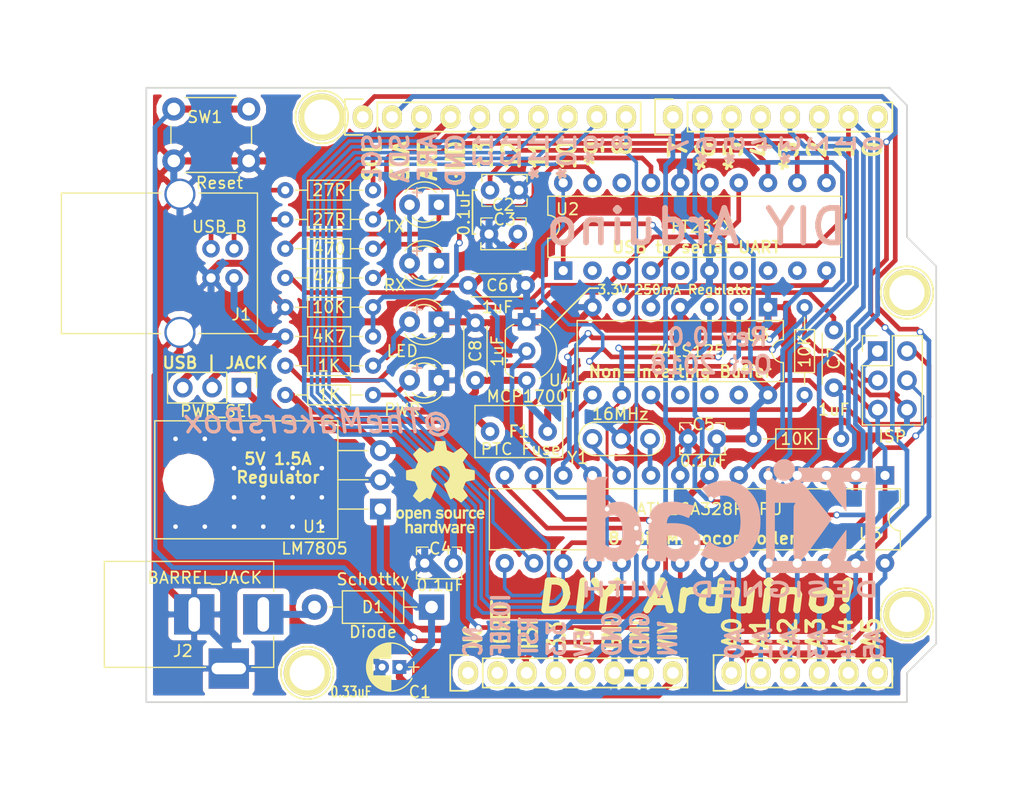
<source format=kicad_pcb>
(kicad_pcb (version 4) (host pcbnew 4.0.6)
  (title_block (date "lun. 30 mars 2015"))
  (layers (0 F.Cu signal) (31 B.Cu signal) (34 B.Paste user) (35 F.Paste user) (36 B.SilkS user hide) (37 F.SilkS user) (38 B.Mask user) (39 F.Mask user) (44 Edge.Cuts user))
  (net 0 "")
  (net 1 /IOREF)
  (net 2 /Reset)
  (net 3 GND)
  (net 4 /Vin)
  (net 5 /A0)
  (net 6 /A1)
  (net 7 /A2)
  (net 8 /A3)
  (net 9 /AREF)
  (net 10 "/A4(SDA)")
  (net 11 "/A5(SCL)")
  (net 12 "/9(**)")
  (net 13 /8)
  (net 14 /7)
  (net 15 "/6(**)")
  (net 16 "/5(**)")
  (net 17 /4)
  (net 18 "/3(**)")
  (net 19 /2)
  (net 20 "Net-(P5-Pad1)")
  (net 21 "Net-(P6-Pad1)")
  (net 22 "Net-(P7-Pad1)")
  (net 23 "Net-(P8-Pad1)")
  (net 24 "/13(SCK)")
  (net 25 "/10(**/SS)")
  (net 26 "Net-(P1-Pad1)")
  (net 27 +3V3)
  (net 28 "/12(MISO)")
  (net 29 "/11(**/MOSI)")
  (net 30 "Net-(C2-Pad1)")
  (net 31 "Net-(C4-Pad1)")
  (net 32 VCC)
  (net 33 "Net-(C7-Pad2)")
  (net 34 "Net-(D1-Pad2)")
  (net 35 "Net-(D2-Pad2)")
  (net 36 "Net-(D3-Pad1)")
  (net 37 "Net-(D4-Pad1)")
  (net 38 "Net-(D13-Pad2)")
  (net 39 /USBVCC)
  (net 40 "/1(TX)")
  (net 41 "/0(RX)")
  (net 42 "Net-(R1-Pad2)")
  (net 43 "Net-(R3-Pad2)")
  (net 44 "Net-(R4-Pad2)")
  (net 45 "Net-(R5-Pad1)")
  (net 46 "Net-(R6-Pad1)")
  (net 47 "Net-(R9-Pad1)")
  (net 48 "Net-(R13-Pad1)")
  (net 49 "Net-(U2-Pad7)")
  (net 50 "Net-(U2-Pad5)")
  (net 51 "Net-(U2-Pad1)")
  (net 52 "Net-(U2-Pad2)")
  (net 53 "Net-(U2-Pad8)")
  (net 54 "Net-(U2-Pad9)")
  (net 55 "Net-(U2-Pad18)")
  (net 56 "Net-(U2-Pad20)")
  (net 57 "Net-(U5-Pad9)")
  (net 58 "Net-(U5-Pad10)")
  (net 59 "Net-(F1-Pad1)")
  (net 60 /D-)
  (net 61 /D+)
  (module footprints:D_DO-41_SOD81_P10.16mm_Horizontal (layer F.Cu) (at 135.763 118.11 180)
    (fp_text reference D1 (at 5.08 0 180) (layer F.SilkS))
    (fp_text value Schottky (at 5.08 2.41 180) (layer F.SilkS))
    (pad 1 thru_hole rect (at 0 0 180) (size 2.2 2.2) (drill 1.1) (layers *.Cu *.Mask) (net 4 /Vin))
    (pad 2 thru_hole oval (at 10.16 0 180) (size 2.2 2.2) (drill 1.1) (layers *.Cu *.Mask) (net 34 "Net-(D1-Pad2)"))
  )
  (module footprints:CP_Radial_D4.0mm_P1.50mm (layer F.Cu) (at 132.969 123.317 180)
    (fp_text reference C1 (at -1.778 -2.159 180) (layer F.SilkS))
    (fp_text value 0.33uF (at 4.191 -2.159 180) (layer F.SilkS) (effects (font (size 0.9 0.7))))
    (pad 1 thru_hole rect (at 0 0 180) (size 1.2 1.2) (drill 0.6) (layers *.Cu *.Mask) (net 4 /Vin))
    (pad 2 thru_hole circle (at 1.5 0 180) (size 1.2 1.2) (drill 0.6) (layers *.Cu *.Mask) (net 3 GND))
  )
  (module footprints:C_Disc_D4.3mm_W1.9mm_P5.00mm (layer F.Cu) (at 138.938 90.17)
    (fp_text reference C6 (at 2.54 0) (layer F.SilkS))
    (fp_text value 1uF (at 2.54 1.905) (layer F.SilkS))
    (pad 1 thru_hole circle (at 0 0) (size 1.6 1.6) (drill 0.8) (layers *.Cu *.Mask) (net 27 +3V3))
    (pad 2 thru_hole circle (at 5 0) (size 1.6 1.6) (drill 0.8) (layers *.Cu *.Mask) (net 3 GND))
  )
  (module footprints:C_Disc_D4.3mm_W1.9mm_P5.00mm (layer F.Cu) (at 170.688 99.06 90)
    (fp_text reference C7 (at 2.54 0 270) (layer F.SilkS))
    (fp_text value 1uF (at -1.905 0 180) (layer F.SilkS))
    (pad 1 thru_hole circle (at 0 0 90) (size 1.6 1.6) (drill 0.8) (layers *.Cu *.Mask) (net 2 /Reset))
    (pad 2 thru_hole circle (at 5 0 90) (size 1.6 1.6) (drill 0.8) (layers *.Cu *.Mask) (net 33 "Net-(C7-Pad2)"))
  )
  (module footprints:C_Disc_D4.3mm_W1.9mm_P5.00mm (layer F.Cu) (at 139.573 98.425 90)
    (fp_text reference C8 (at 2.54 0 270) (layer F.SilkS))
    (fp_text value 1uF (at 2.54 1.905 90) (layer F.SilkS))
    (pad 1 thru_hole circle (at 0 0 90) (size 1.6 1.6) (drill 0.8) (layers *.Cu *.Mask) (net 32 VCC))
    (pad 2 thru_hole circle (at 5 0 90) (size 1.6 1.6) (drill 0.8) (layers *.Cu *.Mask) (net 3 GND))
  )
  (module footprints:Pin_Header_Straight_2x03_Pitch2.54mm (layer F.Cu) (at 174.498 95.885)
    (fp_text reference CON1 hide)
    (fp_text value ISP (at 1.27 7.41) (layer F.SilkS))
    (pad 1 thru_hole rect (at 0 0) (size 1.7 1.7) (drill 1) (layers *.Cu *.Mask) (net 28 "/12(MISO)"))
    (pad 2 thru_hole oval (at 2.54 0) (size 1.7 1.7) (drill 1) (layers *.Cu *.Mask) (net 32 VCC))
    (pad 3 thru_hole oval (at 0 2.54) (size 1.7 1.7) (drill 1) (layers *.Cu *.Mask) (net 24 "/13(SCK)"))
    (pad 4 thru_hole oval (at 2.54 2.54) (size 1.7 1.7) (drill 1) (layers *.Cu *.Mask) (net 29 "/11(**/MOSI)"))
    (pad 5 thru_hole oval (at 0 5.08) (size 1.7 1.7) (drill 1) (layers *.Cu *.Mask) (net 2 /Reset))
    (pad 6 thru_hole oval (at 2.54 5.08) (size 1.7 1.7) (drill 1) (layers *.Cu *.Mask) (net 3 GND))
  )
  (module footprints:C_Disc_D7.5mm_W4.4mm_P5.00mm (layer F.Cu) (at 140.843 102.87)
    (fp_text reference F1 (at 2.54 0) (layer F.SilkS))
    (fp_text value "PTC Fuse" (at 2.667 1.524) (layer F.SilkS))
    (fp_text user %R (at 2.5 0) (layer F.SilkS))
    (pad 1 thru_hole circle (at 0 0) (size 1.6 1.6) (drill 0.8) (layers *.Cu *.Mask) (net 59 "Net-(F1-Pad1)"))
    (pad 2 thru_hole circle (at 5 0) (size 1.6 1.6) (drill 0.8) (layers *.Cu *.Mask) (net 32 VCC))
  )
  (module footprints:USB_B (layer F.Cu) (at 118.618 89.535 180)
    (fp_text reference J1 (at -0.635 -3.175 360) (layer F.SilkS))
    (fp_text value USB_B (at 1.27 4.445 360) (layer F.SilkS))
    (pad 2 thru_hole circle (at 0 2.54 90) (size 1.52 1.52) (drill 0.81) (layers *.Cu *.Mask) (net 60 /D-))
    (pad 1 thru_hole circle (at 0 0 90) (size 1.52 1.52) (drill 0.81) (layers *.Cu *.Mask) (net 39 /USBVCC))
    (pad 4 thru_hole circle (at 2 0 90) (size 1.52 1.52) (drill 0.81) (layers *.Cu *.Mask) (net 3 GND))
    (pad 3 thru_hole circle (at 2 2.54 90) (size 1.52 1.52) (drill 0.81) (layers *.Cu *.Mask) (net 61 /D+))
    (pad 5 thru_hole circle (at 4.7 7.27 90) (size 2.7 2.7) (drill 2.3) (layers *.Cu *.Mask) (net 3 GND))
    (pad 5 thru_hole circle (at 4.7 -4.73 90) (size 2.7 2.7) (drill 2.3) (layers *.Cu *.Mask) (net 3 GND))
  )
  (module footprints:BARREL_JACK (layer F.Cu) (at 121.158 118.745)
    (fp_text reference J2 (at -6.985 3.175 180) (layer F.SilkS))
    (fp_text value BARREL_JACK (at -5.08 -3.175) (layer F.SilkS))
    (pad 1 thru_hole rect (at 0 0) (size 3.5 3.5) (drill oval 1 3) (layers *.Cu *.Mask) (net 34 "Net-(D1-Pad2)"))
    (pad 2 thru_hole rect (at -6 0) (size 3.5 3.5) (drill oval 1 3) (layers *.Cu *.Mask) (net 3 GND))
    (pad 3 thru_hole rect (at -3 4.7) (size 3.5 3.5) (drill oval 3 1) (layers *.Cu *.Mask) (net 3 GND))
  )
  (module footprints:Pin_Header_Straight_1x03_Pitch2.54mm (layer F.Cu) (at 119.253 99.06 270)
    (fp_text reference J3 hide)
    (fp_text value PWR_SEL (at 2.032 2.032 360) (layer F.SilkS))
    (pad 1 thru_hole rect (at 0 0 270) (size 1.7 1.7) (drill 1) (layers *.Cu *.Mask) (net 31 "Net-(C4-Pad1)"))
    (pad 2 thru_hole oval (at 0 2.54 270) (size 1.7 1.7) (drill 1) (layers *.Cu *.Mask) (net 59 "Net-(F1-Pad1)"))
    (pad 3 thru_hole oval (at 0 5.08 270) (size 1.7 1.7) (drill 1) (layers *.Cu *.Mask) (net 39 /USBVCC))
  )
  (module footprints:Socket_Strip_Arduino_1x08 (layer F.Cu) (at 138.938 123.825)
    (fp_text reference P1 hide)
    (fp_text value Power)
    (pad 1 thru_hole oval (at 0 0) (size 1.7272 2.032) (drill 1.016) (layers *.Cu *.Mask F.SilkS) (net 26 "Net-(P1-Pad1)"))
    (pad 2 thru_hole oval (at 2.54 0) (size 1.7272 2.032) (drill 1.016) (layers *.Cu *.Mask F.SilkS) (net 1 /IOREF))
    (pad 3 thru_hole oval (at 5.08 0) (size 1.7272 2.032) (drill 1.016) (layers *.Cu *.Mask F.SilkS) (net 2 /Reset))
    (pad 4 thru_hole oval (at 7.62 0) (size 1.7272 2.032) (drill 1.016) (layers *.Cu *.Mask F.SilkS) (net 27 +3V3))
    (pad 5 thru_hole oval (at 10.16 0) (size 1.7272 2.032) (drill 1.016) (layers *.Cu *.Mask F.SilkS) (net 32 VCC))
    (pad 6 thru_hole oval (at 12.7 0) (size 1.7272 2.032) (drill 1.016) (layers *.Cu *.Mask F.SilkS) (net 3 GND))
    (pad 7 thru_hole oval (at 15.24 0) (size 1.7272 2.032) (drill 1.016) (layers *.Cu *.Mask F.SilkS) (net 3 GND))
    (pad 8 thru_hole oval (at 17.78 0) (size 1.7272 2.032) (drill 1.016) (layers *.Cu *.Mask F.SilkS) (net 4 /Vin))
  )
  (module footprints:Socket_Strip_Arduino_1x06 (layer F.Cu) (at 161.798 123.825)
    (fp_text reference P2 hide)
    (fp_text value Analog)
    (pad 1 thru_hole oval (at 0 0) (size 1.7272 2.032) (drill 1.016) (layers *.Cu *.Mask F.SilkS) (net 5 /A0))
    (pad 2 thru_hole oval (at 2.54 0) (size 1.7272 2.032) (drill 1.016) (layers *.Cu *.Mask F.SilkS) (net 6 /A1))
    (pad 3 thru_hole oval (at 5.08 0) (size 1.7272 2.032) (drill 1.016) (layers *.Cu *.Mask F.SilkS) (net 7 /A2))
    (pad 4 thru_hole oval (at 7.62 0) (size 1.7272 2.032) (drill 1.016) (layers *.Cu *.Mask F.SilkS) (net 8 /A3))
    (pad 5 thru_hole oval (at 10.16 0) (size 1.7272 2.032) (drill 1.016) (layers *.Cu *.Mask F.SilkS) (net 10 "/A4(SDA)"))
    (pad 6 thru_hole oval (at 12.7 0) (size 1.7272 2.032) (drill 1.016) (layers *.Cu *.Mask F.SilkS) (net 11 "/A5(SCL)"))
  )
  (module footprints:Socket_Strip_Arduino_1x10 (layer F.Cu) (at 129.794 75.565)
    (fp_text reference P3 hide)
    (fp_text value Digital)
    (pad 1 thru_hole oval (at 0 0) (size 1.7272 2.032) (drill 1.016) (layers *.Cu *.Mask F.SilkS) (net 11 "/A5(SCL)"))
    (pad 2 thru_hole oval (at 2.54 0) (size 1.7272 2.032) (drill 1.016) (layers *.Cu *.Mask F.SilkS) (net 10 "/A4(SDA)"))
    (pad 3 thru_hole oval (at 5.08 0) (size 1.7272 2.032) (drill 1.016) (layers *.Cu *.Mask F.SilkS) (net 9 /AREF))
    (pad 4 thru_hole oval (at 7.62 0) (size 1.7272 2.032) (drill 1.016) (layers *.Cu *.Mask F.SilkS) (net 3 GND))
    (pad 5 thru_hole oval (at 10.16 0) (size 1.7272 2.032) (drill 1.016) (layers *.Cu *.Mask F.SilkS) (net 24 "/13(SCK)"))
    (pad 6 thru_hole oval (at 12.7 0) (size 1.7272 2.032) (drill 1.016) (layers *.Cu *.Mask F.SilkS) (net 28 "/12(MISO)"))
    (pad 7 thru_hole oval (at 15.24 0) (size 1.7272 2.032) (drill 1.016) (layers *.Cu *.Mask F.SilkS) (net 29 "/11(**/MOSI)"))
    (pad 8 thru_hole oval (at 17.78 0) (size 1.7272 2.032) (drill 1.016) (layers *.Cu *.Mask F.SilkS) (net 25 "/10(**/SS)"))
    (pad 9 thru_hole oval (at 20.32 0) (size 1.7272 2.032) (drill 1.016) (layers *.Cu *.Mask F.SilkS) (net 12 "/9(**)"))
    (pad 10 thru_hole oval (at 22.86 0) (size 1.7272 2.032) (drill 1.016) (layers *.Cu *.Mask F.SilkS) (net 13 /8))
  )
  (module footprints:Socket_Strip_Arduino_1x08 (layer F.Cu) (at 156.718 75.565)
    (fp_text reference P4 hide)
    (fp_text value Digital)
    (pad 1 thru_hole oval (at 0 0) (size 1.7272 2.032) (drill 1.016) (layers *.Cu *.Mask F.SilkS) (net 14 /7))
    (pad 2 thru_hole oval (at 2.54 0) (size 1.7272 2.032) (drill 1.016) (layers *.Cu *.Mask F.SilkS) (net 15 "/6(**)"))
    (pad 3 thru_hole oval (at 5.08 0) (size 1.7272 2.032) (drill 1.016) (layers *.Cu *.Mask F.SilkS) (net 16 "/5(**)"))
    (pad 4 thru_hole oval (at 7.62 0) (size 1.7272 2.032) (drill 1.016) (layers *.Cu *.Mask F.SilkS) (net 17 /4))
    (pad 5 thru_hole oval (at 10.16 0) (size 1.7272 2.032) (drill 1.016) (layers *.Cu *.Mask F.SilkS) (net 18 "/3(**)"))
    (pad 6 thru_hole oval (at 12.7 0) (size 1.7272 2.032) (drill 1.016) (layers *.Cu *.Mask F.SilkS) (net 19 /2))
    (pad 7 thru_hole oval (at 15.24 0) (size 1.7272 2.032) (drill 1.016) (layers *.Cu *.Mask F.SilkS) (net 40 "/1(TX)"))
    (pad 8 thru_hole oval (at 17.78 0) (size 1.7272 2.032) (drill 1.016) (layers *.Cu *.Mask F.SilkS) (net 41 "/0(RX)"))
  )
  (module footprints:Arduino_1pin (layer F.Cu) (at 124.968 123.825)
    (fp_text reference P5 hide)
    (fp_text value CONN_01X01 hide)
    (pad 1 thru_hole circle (at 0 0) (size 4.064 4.064) (drill 3.048) (layers *.Cu *.Mask F.SilkS) (net 20 "Net-(P5-Pad1)"))
  )
  (module footprints:Arduino_1pin (layer F.Cu) (at 177.038 118.745)
    (fp_text reference P6 hide)
    (fp_text value CONN_01X01 hide)
    (pad 1 thru_hole circle (at 0 0) (size 4.064 4.064) (drill 3.048) (layers *.Cu *.Mask F.SilkS) (net 21 "Net-(P6-Pad1)"))
  )
  (module footprints:Arduino_1pin (layer F.Cu) (at 126.238 75.565)
    (fp_text reference P7 hide)
    (fp_text value CONN_01X01 hide)
    (pad 1 thru_hole circle (at 0 0) (size 4.064 4.064) (drill 3.048) (layers *.Cu *.Mask F.SilkS) (net 22 "Net-(P7-Pad1)"))
  )
  (module footprints:Arduino_1pin (layer F.Cu) (at 177.038 90.805)
    (fp_text reference P8 hide)
    (fp_text value CONN_01X01 hide)
    (pad 1 thru_hole circle (at 0 0) (size 4.064 4.064) (drill 3.048) (layers *.Cu *.Mask F.SilkS) (net 23 "Net-(P8-Pad1)"))
  )
  (module footprints:SW_PUSH_6mm (layer F.Cu) (at 119.888 79.375 180)
    (fp_text reference SW1 (at 3.81 3.81 180) (layer F.SilkS))
    (fp_text value Reset (at 2.54 -1.905 180) (layer F.SilkS))
    (pad 2 thru_hole circle (at 0 4.5 270) (size 2 2) (drill 1.1) (layers *.Cu *.Mask) (net 2 /Reset))
    (pad 1 thru_hole circle (at 0 0 270) (size 2 2) (drill 1.1) (layers *.Cu *.Mask) (net 3 GND))
    (pad 2 thru_hole circle (at 6.5 4.5 270) (size 2 2) (drill 1.1) (layers *.Cu *.Mask) (net 2 /Reset))
    (pad 1 thru_hole circle (at 6.5 0 270) (size 2 2) (drill 1.1) (layers *.Cu *.Mask) (net 3 GND))
  )
  (module footprints:TO-220-3_Horizontal (layer F.Cu) (at 131.318 109.601 90)
    (fp_text reference U1 (at -1.524 -5.715 180) (layer F.SilkS))
    (fp_text value LM7805 (at -3.429 -5.715 180) (layer F.SilkS))
    (pad 0 np_thru_hole oval (at 2.54 -16.66 90) (size 3.5 3.5) (drill 3.5) (layers *.Cu *.Mask))
    (pad 1 thru_hole rect (at 0 0 90) (size 1.8 1.8) (drill 1) (layers *.Cu *.Mask) (net 4 /Vin))
    (pad 2 thru_hole oval (at 2.54 0 90) (size 1.8 1.8) (drill 1) (layers *.Cu *.Mask) (net 3 GND))
    (pad 3 thru_hole oval (at 5.08 0 90) (size 1.8 1.8) (drill 1) (layers *.Cu *.Mask) (net 31 "Net-(C4-Pad1)"))
  )
  (module footprints:DIP-20_W7.62mm (layer F.Cu) (at 147.193 88.9 90)
    (fp_text reference U2 (at 5.334 0.381 180) (layer F.SilkS))
    (fp_text value FT231X (at 3.81 12.065 180) (layer F.SilkS))
    (pad 1 thru_hole rect (at 0 0 90) (size 1.6 1.6) (drill 0.8) (layers *.Cu *.Mask) (net 51 "Net-(U2-Pad1)"))
    (pad 11 thru_hole oval (at 7.62 22.86 90) (size 1.6 1.6) (drill 0.8) (layers *.Cu *.Mask) (net 45 "Net-(R5-Pad1)"))
    (pad 2 thru_hole oval (at 0 2.54 90) (size 1.6 1.6) (drill 0.8) (layers *.Cu *.Mask) (net 52 "Net-(U2-Pad2)"))
    (pad 12 thru_hole oval (at 7.62 20.32 90) (size 1.6 1.6) (drill 0.8) (layers *.Cu *.Mask) (net 46 "Net-(R6-Pad1)"))
    (pad 3 thru_hole oval (at 0 5.08 90) (size 1.6 1.6) (drill 0.8) (layers *.Cu *.Mask) (net 27 +3V3))
    (pad 13 thru_hole oval (at 7.62 17.78 90) (size 1.6 1.6) (drill 0.8) (layers *.Cu *.Mask) (net 30 "Net-(C2-Pad1)"))
    (pad 4 thru_hole oval (at 0 7.62 90) (size 1.6 1.6) (drill 0.8) (layers *.Cu *.Mask) (net 40 "/1(TX)"))
    (pad 14 thru_hole oval (at 7.62 15.24 90) (size 1.6 1.6) (drill 0.8) (layers *.Cu *.Mask) (net 27 +3V3))
    (pad 5 thru_hole oval (at 0 10.16 90) (size 1.6 1.6) (drill 0.8) (layers *.Cu *.Mask) (net 50 "Net-(U2-Pad5)"))
    (pad 15 thru_hole oval (at 7.62 12.7 90) (size 1.6 1.6) (drill 0.8) (layers *.Cu *.Mask) (net 32 VCC))
    (pad 6 thru_hole oval (at 0 12.7 90) (size 1.6 1.6) (drill 0.8) (layers *.Cu *.Mask) (net 3 GND))
    (pad 16 thru_hole oval (at 7.62 10.16 90) (size 1.6 1.6) (drill 0.8) (layers *.Cu *.Mask) (net 3 GND))
    (pad 7 thru_hole oval (at 0 15.24 90) (size 1.6 1.6) (drill 0.8) (layers *.Cu *.Mask) (net 49 "Net-(U2-Pad7)"))
    (pad 17 thru_hole oval (at 7.62 7.62 90) (size 1.6 1.6) (drill 0.8) (layers *.Cu *.Mask) (net 43 "Net-(R3-Pad2)"))
    (pad 8 thru_hole oval (at 0 17.78 90) (size 1.6 1.6) (drill 0.8) (layers *.Cu *.Mask) (net 53 "Net-(U2-Pad8)"))
    (pad 18 thru_hole oval (at 7.62 5.08 90) (size 1.6 1.6) (drill 0.8) (layers *.Cu *.Mask) (net 55 "Net-(U2-Pad18)"))
    (pad 9 thru_hole oval (at 0 20.32 90) (size 1.6 1.6) (drill 0.8) (layers *.Cu *.Mask) (net 54 "Net-(U2-Pad9)"))
    (pad 19 thru_hole oval (at 7.62 2.54 90) (size 1.6 1.6) (drill 0.8) (layers *.Cu *.Mask) (net 42 "Net-(R1-Pad2)"))
    (pad 10 thru_hole oval (at 0 22.86 90) (size 1.6 1.6) (drill 0.8) (layers *.Cu *.Mask) (net 44 "Net-(R4-Pad2)"))
    (pad 20 thru_hole oval (at 7.62 0 90) (size 1.6 1.6) (drill 0.8) (layers *.Cu *.Mask) (net 56 "Net-(U2-Pad20)"))
  )
  (module footprints:DIP-14_W7.62mm (layer F.Cu) (at 164.973 92.075 270)
    (fp_text reference U3 (at 2.413 0.889 360) (layer F.SilkS))
    (fp_text value 74LS125 (at 3.81 6.985 360) (layer F.SilkS))
    (pad 1 thru_hole rect (at 0 0 270) (size 1.6 1.6) (drill 0.8) (layers *.Cu *.Mask) (net 3 GND))
    (pad 8 thru_hole oval (at 7.62 15.24 270) (size 1.6 1.6) (drill 0.8) (layers *.Cu *.Mask) (net 48 "Net-(R13-Pad1)"))
    (pad 2 thru_hole oval (at 0 2.54 270) (size 1.6 1.6) (drill 0.8) (layers *.Cu *.Mask) (net 56 "Net-(U2-Pad20)"))
    (pad 9 thru_hole oval (at 7.62 12.7 270) (size 1.6 1.6) (drill 0.8) (layers *.Cu *.Mask) (net 24 "/13(SCK)"))
    (pad 3 thru_hole oval (at 0 5.08 270) (size 1.6 1.6) (drill 0.8) (layers *.Cu *.Mask) (net 41 "/0(RX)"))
    (pad 10 thru_hole oval (at 7.62 10.16 270) (size 1.6 1.6) (drill 0.8) (layers *.Cu *.Mask) (net 47 "Net-(R9-Pad1)"))
    (pad 4 thru_hole oval (at 0 7.62 270) (size 1.6 1.6) (drill 0.8) (layers *.Cu *.Mask) (net 3 GND))
    (pad 11 thru_hole oval (at 7.62 7.62 270) (size 1.6 1.6) (drill 0.8) (layers *.Cu *.Mask))
    (pad 5 thru_hole oval (at 0 10.16 270) (size 1.6 1.6) (drill 0.8) (layers *.Cu *.Mask) (net 51 "Net-(U2-Pad1)"))
    (pad 12 thru_hole oval (at 7.62 5.08 270) (size 1.6 1.6) (drill 0.8) (layers *.Cu *.Mask))
    (pad 6 thru_hole oval (at 0 12.7 270) (size 1.6 1.6) (drill 0.8) (layers *.Cu *.Mask) (net 33 "Net-(C7-Pad2)"))
    (pad 13 thru_hole oval (at 7.62 2.54 270) (size 1.6 1.6) (drill 0.8) (layers *.Cu *.Mask))
    (pad 7 thru_hole oval (at 0 15.24 270) (size 1.6 1.6) (drill 0.8) (layers *.Cu *.Mask) (net 3 GND))
    (pad 14 thru_hole oval (at 7.62 0 270) (size 1.6 1.6) (drill 0.8) (layers *.Cu *.Mask) (net 32 VCC))
  )
  (module footprints:TO-92_Inline_Wide (layer F.Cu) (at 144.018 93.345 270)
    (fp_text reference U4 (at 5.08 -2.921 540) (layer F.SilkS))
    (fp_text value MCP1700T (at 6.477 -0.381 360) (layer F.SilkS))
    (pad 2 thru_hole circle (at 2.54 0) (size 1.52 1.52) (drill 0.8) (layers *.Cu *.Mask) (net 27 +3V3))
    (pad 3 thru_hole circle (at 5.08 0) (size 1.52 1.52) (drill 0.8) (layers *.Cu *.Mask) (net 32 VCC))
    (pad 1 thru_hole rect (at 0 0) (size 1.52 1.52) (drill 0.8) (layers *.Cu *.Mask) (net 3 GND))
  )
  (module footprints:DIP-28_W7.62mm (layer F.Cu) (at 175.133 106.68 270)
    (fp_text reference U5 (at 5.08 1.27 360) (layer F.SilkS))
    (fp_text value ATMEGA328P-PU (at 2.921 15.24 360) (layer F.SilkS))
    (pad 1 thru_hole rect (at 0 0 270) (size 1.6 1.6) (drill 0.8) (layers *.Cu *.Mask) (net 2 /Reset))
    (pad 15 thru_hole oval (at 7.62 33.02 270) (size 1.6 1.6) (drill 0.8) (layers *.Cu *.Mask) (net 12 "/9(**)"))
    (pad 2 thru_hole oval (at 0 2.54 270) (size 1.6 1.6) (drill 0.8) (layers *.Cu *.Mask) (net 41 "/0(RX)"))
    (pad 16 thru_hole oval (at 7.62 30.48 270) (size 1.6 1.6) (drill 0.8) (layers *.Cu *.Mask) (net 25 "/10(**/SS)"))
    (pad 3 thru_hole oval (at 0 5.08 270) (size 1.6 1.6) (drill 0.8) (layers *.Cu *.Mask) (net 40 "/1(TX)"))
    (pad 17 thru_hole oval (at 7.62 27.94 270) (size 1.6 1.6) (drill 0.8) (layers *.Cu *.Mask) (net 29 "/11(**/MOSI)"))
    (pad 4 thru_hole oval (at 0 7.62 270) (size 1.6 1.6) (drill 0.8) (layers *.Cu *.Mask) (net 19 /2))
    (pad 18 thru_hole oval (at 7.62 25.4 270) (size 1.6 1.6) (drill 0.8) (layers *.Cu *.Mask) (net 28 "/12(MISO)"))
    (pad 5 thru_hole oval (at 0 10.16 270) (size 1.6 1.6) (drill 0.8) (layers *.Cu *.Mask) (net 18 "/3(**)"))
    (pad 19 thru_hole oval (at 7.62 22.86 270) (size 1.6 1.6) (drill 0.8) (layers *.Cu *.Mask) (net 24 "/13(SCK)"))
    (pad 6 thru_hole oval (at 0 12.7 270) (size 1.6 1.6) (drill 0.8) (layers *.Cu *.Mask) (net 17 /4))
    (pad 20 thru_hole oval (at 7.62 20.32 270) (size 1.6 1.6) (drill 0.8) (layers *.Cu *.Mask) (net 32 VCC))
    (pad 7 thru_hole oval (at 0 15.24 270) (size 1.6 1.6) (drill 0.8) (layers *.Cu *.Mask) (net 32 VCC))
    (pad 21 thru_hole oval (at 7.62 17.78 270) (size 1.6 1.6) (drill 0.8) (layers *.Cu *.Mask) (net 9 /AREF))
    (pad 8 thru_hole oval (at 0 17.78 270) (size 1.6 1.6) (drill 0.8) (layers *.Cu *.Mask) (net 3 GND))
    (pad 22 thru_hole oval (at 7.62 15.24 270) (size 1.6 1.6) (drill 0.8) (layers *.Cu *.Mask) (net 3 GND))
    (pad 9 thru_hole oval (at 0 20.32 270) (size 1.6 1.6) (drill 0.8) (layers *.Cu *.Mask) (net 57 "Net-(U5-Pad9)"))
    (pad 23 thru_hole oval (at 7.62 12.7 270) (size 1.6 1.6) (drill 0.8) (layers *.Cu *.Mask) (net 5 /A0))
    (pad 10 thru_hole oval (at 0 22.86 270) (size 1.6 1.6) (drill 0.8) (layers *.Cu *.Mask) (net 58 "Net-(U5-Pad10)"))
    (pad 24 thru_hole oval (at 7.62 10.16 270) (size 1.6 1.6) (drill 0.8) (layers *.Cu *.Mask) (net 6 /A1))
    (pad 11 thru_hole oval (at 0 25.4 270) (size 1.6 1.6) (drill 0.8) (layers *.Cu *.Mask) (net 16 "/5(**)"))
    (pad 25 thru_hole oval (at 7.62 7.62 270) (size 1.6 1.6) (drill 0.8) (layers *.Cu *.Mask) (net 7 /A2))
    (pad 12 thru_hole oval (at 0 27.94 270) (size 1.6 1.6) (drill 0.8) (layers *.Cu *.Mask) (net 15 "/6(**)"))
    (pad 26 thru_hole oval (at 7.62 5.08 270) (size 1.6 1.6) (drill 0.8) (layers *.Cu *.Mask) (net 8 /A3))
    (pad 13 thru_hole oval (at 0 30.48 270) (size 1.6 1.6) (drill 0.8) (layers *.Cu *.Mask) (net 14 /7))
    (pad 27 thru_hole oval (at 7.62 2.54 270) (size 1.6 1.6) (drill 0.8) (layers *.Cu *.Mask) (net 10 "/A4(SDA)"))
    (pad 14 thru_hole oval (at 0 33.02 270) (size 1.6 1.6) (drill 0.8) (layers *.Cu *.Mask) (net 13 /8))
    (pad 28 thru_hole oval (at 7.62 0 270) (size 1.6 1.6) (drill 0.8) (layers *.Cu *.Mask) (net 11 "/A5(SCL)"))
  )
  (module footprints:Resonator-3pin_w7.0mm_h2.5mm (layer F.Cu) (at 149.733 103.505)
    (fp_text reference Y1 (at -1.27 1.651) (layer F.SilkS))
    (fp_text value 16MHz (at 2.413 -2.159) (layer F.SilkS))
    (pad 1 thru_hole circle (at 0 0) (size 1.7 1.7) (drill 1) (layers *.Cu *.Mask) (net 58 "Net-(U5-Pad10)"))
    (pad 2 thru_hole circle (at 2.5 0) (size 1.7 1.7) (drill 1) (layers *.Cu *.Mask) (net 3 GND))
    (pad 3 thru_hole circle (at 5 0) (size 1.7 1.7) (drill 1) (layers *.Cu *.Mask) (net 57 "Net-(U5-Pad9)"))
  )
  (module footprints:R_Axial_DIN0204_L3.6mm_D1.6mm_P7.62mm_Horizontal (layer F.Cu) (at 123.063 97.155)
    (fp_text reference R13)
    (fp_text value 1K (at 3.81 0) (layer F.SilkS))
    (pad 1 thru_hole circle (at 0 0) (size 1.4 1.4) (drill 0.7) (layers *.Cu *.Mask) (net 48 "Net-(R13-Pad1)"))
    (pad 2 thru_hole oval (at 7.62 0) (size 1.4 1.4) (drill 0.7) (layers *.Cu *.Mask) (net 38 "Net-(D13-Pad2)"))
  )
  (module footprints:R_Axial_DIN0204_L3.6mm_D1.6mm_P7.62mm_Horizontal (layer F.Cu) (at 168.148 99.695 90)
    (fp_text reference R9)
    (fp_text value 10K (at 3.81 0 90) (layer F.SilkS))
    (pad 1 thru_hole circle (at 0 0 90) (size 1.4 1.4) (drill 0.7) (layers *.Cu *.Mask) (net 47 "Net-(R9-Pad1)"))
    (pad 2 thru_hole oval (at 7.62 0 90) (size 1.4 1.4) (drill 0.7) (layers *.Cu *.Mask) (net 24 "/13(SCK)"))
  )
  (module footprints:R_Axial_DIN0204_L3.6mm_D1.6mm_P7.62mm_Horizontal (layer F.Cu) (at 171.323 103.505 180)
    (fp_text reference R8)
    (fp_text value 10K (at 3.81 0 180) (layer F.SilkS))
    (pad 1 thru_hole circle (at 0 0 180) (size 1.4 1.4) (drill 0.7) (layers *.Cu *.Mask) (net 2 /Reset))
    (pad 2 thru_hole oval (at 7.62 0 180) (size 1.4 1.4) (drill 0.7) (layers *.Cu *.Mask) (net 32 VCC))
  )
  (module footprints:R_Axial_DIN0204_L3.6mm_D1.6mm_P7.62mm_Horizontal (layer F.Cu) (at 123.063 92.075)
    (fp_text reference R7)
    (fp_text value 10K (at 3.81 0) (layer F.SilkS))
    (pad 1 thru_hole circle (at 0 0) (size 1.4 1.4) (drill 0.7) (layers *.Cu *.Mask) (net 3 GND))
    (pad 2 thru_hole oval (at 7.62 0) (size 1.4 1.4) (drill 0.7) (layers *.Cu *.Mask) (net 42 "Net-(R1-Pad2)"))
  )
  (module footprints:R_Axial_DIN0204_L3.6mm_D1.6mm_P7.62mm_Horizontal (layer F.Cu) (at 130.683 84.455 180)
    (fp_text reference R6)
    (fp_text value 27R (at 3.81 0 180) (layer F.SilkS))
    (pad 1 thru_hole circle (at 0 0 180) (size 1.4 1.4) (drill 0.7) (layers *.Cu *.Mask) (net 46 "Net-(R6-Pad1)"))
    (pad 2 thru_hole oval (at 7.62 0 180) (size 1.4 1.4) (drill 0.7) (layers *.Cu *.Mask) (net 60 /D-))
  )
  (module footprints:R_Axial_DIN0204_L3.6mm_D1.6mm_P7.62mm_Horizontal (layer F.Cu) (at 130.683 89.535 180)
    (fp_text reference R4)
    (fp_text value 470 (at 3.81 0 180) (layer F.SilkS))
    (pad 1 thru_hole circle (at 0 0 180) (size 1.4 1.4) (drill 0.7) (layers *.Cu *.Mask) (net 37 "Net-(D4-Pad1)"))
    (pad 2 thru_hole oval (at 7.62 0 180) (size 1.4 1.4) (drill 0.7) (layers *.Cu *.Mask) (net 44 "Net-(R4-Pad2)"))
  )
  (module footprints:R_Axial_DIN0204_L3.6mm_D1.6mm_P7.62mm_Horizontal (layer F.Cu) (at 130.683 86.995 180)
    (fp_text reference R3)
    (fp_text value 470 (at 3.81 0 180) (layer F.SilkS))
    (pad 1 thru_hole circle (at 0 0 180) (size 1.4 1.4) (drill 0.7) (layers *.Cu *.Mask) (net 36 "Net-(D3-Pad1)"))
    (pad 2 thru_hole oval (at 7.62 0 180) (size 1.4 1.4) (drill 0.7) (layers *.Cu *.Mask) (net 43 "Net-(R3-Pad2)"))
  )
  (module footprints:R_Axial_DIN0204_L3.6mm_D1.6mm_P7.62mm_Horizontal (layer F.Cu) (at 123.063 99.695)
    (fp_text reference R2)
    (fp_text value 1K (at 3.81 0) (layer F.SilkS))
    (pad 1 thru_hole circle (at 0 0) (size 1.4 1.4) (drill 0.7) (layers *.Cu *.Mask) (net 32 VCC))
    (pad 2 thru_hole oval (at 7.62 0) (size 1.4 1.4) (drill 0.7) (layers *.Cu *.Mask) (net 35 "Net-(D2-Pad2)"))
  )
  (module footprints:R_Axial_DIN0204_L3.6mm_D1.6mm_P7.62mm_Horizontal (layer F.Cu) (at 123.063 94.615)
    (fp_text reference R1)
    (fp_text value 4K7 (at 3.81 0) (layer F.SilkS))
    (pad 1 thru_hole circle (at 0 0) (size 1.4 1.4) (drill 0.7) (layers *.Cu *.Mask) (net 39 /USBVCC))
    (pad 2 thru_hole oval (at 7.62 0) (size 1.4 1.4) (drill 0.7) (layers *.Cu *.Mask) (net 42 "Net-(R1-Pad2)"))
  )
  (module footprints:R_Axial_DIN0204_L3.6mm_D1.6mm_P7.62mm_Horizontal (layer F.Cu) (at 130.683 81.915 180)
    (fp_text reference R5)
    (fp_text value 27R (at 3.81 0 180) (layer F.SilkS))
    (pad 1 thru_hole circle (at 0 0 180) (size 1.4 1.4) (drill 0.7) (layers *.Cu *.Mask) (net 45 "Net-(R5-Pad1)"))
    (pad 2 thru_hole oval (at 7.62 0 180) (size 1.4 1.4) (drill 0.7) (layers *.Cu *.Mask) (net 61 /D+))
  )
  (module footprints:LED_D3.0mm (layer F.Cu) (at 136.398 98.425 180)
    (fp_text reference D2)
    (fp_text value PWR (at 3.175 -2.54 180) (layer F.SilkS))
    (fp_text user + (at 1.905 1.143 180) (layer B.SilkS) (effects (justify mirror)))
    (fp_text user + (at 1.905 1.143 180) (layer F.SilkS))
    (pad 1 thru_hole rect (at 0 0 180) (size 1.8 1.8) (drill 0.9) (layers *.Cu *.Mask) (net 3 GND))
    (pad 2 thru_hole circle (at 2.54 0 180) (size 1.8 1.8) (drill 0.9) (layers *.Cu *.Mask) (net 35 "Net-(D2-Pad2)"))
  )
  (module footprints:LED_D3.0mm (layer F.Cu) (at 136.398 83.185 180)
    (fp_text reference D3)
    (fp_text value TX (at 3.81 -1.905 180) (layer F.SilkS))
    (fp_text user + (at 1.905 1.143 180) (layer B.SilkS) (effects (justify mirror)))
    (fp_text user + (at 1.905 1.143 180) (layer F.SilkS))
    (pad 1 thru_hole rect (at 0 0 180) (size 1.8 1.8) (drill 0.9) (layers *.Cu *.Mask) (net 36 "Net-(D3-Pad1)"))
    (pad 2 thru_hole circle (at 2.54 0 180) (size 1.8 1.8) (drill 0.9) (layers *.Cu *.Mask) (net 27 +3V3))
  )
  (module footprints:LED_D3.0mm (layer F.Cu) (at 136.398 88.265 180)
    (fp_text reference D4)
    (fp_text value RX (at 3.81 -1.905 180) (layer F.SilkS))
    (fp_text user + (at 1.905 1.143 180) (layer B.SilkS) (effects (justify mirror)))
    (fp_text user + (at 1.905 1.143 180) (layer F.SilkS))
    (pad 1 thru_hole rect (at 0 0 180) (size 1.8 1.8) (drill 0.9) (layers *.Cu *.Mask) (net 37 "Net-(D4-Pad1)"))
    (pad 2 thru_hole circle (at 2.54 0 180) (size 1.8 1.8) (drill 0.9) (layers *.Cu *.Mask) (net 27 +3V3))
  )
  (module footprints:LED_D3.0mm (layer F.Cu) (at 136.398 93.345 180)
    (fp_text reference D13)
    (fp_text value LED (at 3.175 -2.54 180) (layer F.SilkS))
    (fp_text user + (at 1.905 1.143 180) (layer B.SilkS) (effects (justify mirror)))
    (fp_text user + (at 1.905 1.143 180) (layer F.SilkS))
    (pad 1 thru_hole rect (at 0 0 180) (size 1.8 1.8) (drill 0.9) (layers *.Cu *.Mask) (net 3 GND))
    (pad 2 thru_hole circle (at 2.54 0 180) (size 1.8 1.8) (drill 0.9) (layers *.Cu *.Mask) (net 38 "Net-(D13-Pad2)"))
  )
  (module footprints:C_Disc_D3.8mm_W2.6mm_P2.50mm (layer F.Cu) (at 160.528 103.505 180)
    (fp_text reference C5 (at 1.143 1.27 180) (layer F.SilkS))
    (fp_text value 0.1uF (at 1.143 -1.905 180) (layer F.SilkS))
    (pad 1 thru_hole circle (at 0 0 180) (size 1.6 1.6) (drill 0.8) (layers *.Cu *.Mask) (net 32 VCC))
    (pad 2 thru_hole circle (at 2.5 0 180) (size 1.6 1.6) (drill 0.8) (layers *.Cu *.Mask) (net 3 GND))
  )
  (module footprints:C_Disc_D3.8mm_W2.6mm_P2.50mm (layer F.Cu) (at 137.668 114.3 180)
    (fp_text reference C4 (at 1.143 1.27 180) (layer F.SilkS))
    (fp_text value 0.1uF (at 1.143 -1.905 180) (layer F.SilkS))
    (pad 1 thru_hole circle (at 0 0 180) (size 1.6 1.6) (drill 0.8) (layers *.Cu *.Mask) (net 31 "Net-(C4-Pad1)"))
    (pad 2 thru_hole circle (at 2.5 0 180) (size 1.6 1.6) (drill 0.8) (layers *.Cu *.Mask) (net 3 GND))
  )
  (module footprints:C_Disc_D3.8mm_W2.6mm_P2.50mm (layer F.Cu) (at 140.843 81.915)
    (fp_text reference C2 (at 1.143 1.27) (layer F.SilkS))
    (fp_text value 0.1uF hide)
    (pad 1 thru_hole circle (at 0 0) (size 1.6 1.6) (drill 0.8) (layers *.Cu *.Mask) (net 30 "Net-(C2-Pad1)"))
    (pad 2 thru_hole circle (at 2.5 0) (size 1.6 1.6) (drill 0.8) (layers *.Cu *.Mask) (net 3 GND))
  )
  (module footprints:C_Disc_D3.8mm_W2.6mm_P2.50mm (layer F.Cu) (at 143.256 85.725 180)
    (fp_text reference C3 (at 1.143 1.27 180) (layer F.SilkS))
    (fp_text value 0.1uF (at 4.699 1.905 270) (layer F.SilkS))
    (pad 1 thru_hole circle (at 0 0 180) (size 1.6 1.6) (drill 0.8) (layers *.Cu *.Mask) (net 27 +3V3))
    (pad 2 thru_hole circle (at 2.5 0 180) (size 1.6 1.6) (drill 0.8) (layers *.Cu *.Mask) (net 3 GND))
  )
  (module Symbols:KiCad-Logo2_12mm_SilkScreen (layer B.Cu) (at 161.671 111.252 180)
    (fp_text reference REF*** hide)
    (fp_text value KiCad-Logo2_12mm_SilkScreen hide)
  )
  (module Symbols:OSHW-Logo_7.5x8mm_SilkScreen (layer F.Cu) (at 136.525 107.696)
    (fp_text reference REF*** hide)
    (fp_text value OSHW-Logo_7.5x8mm_SilkScreen hide)
  )
  (gr_text Diode (at 130.683 120.269) (layer F.SilkS) (effects (font (size 1 1))))
  (gr_text "USB | JACK" (at 116.967 96.901) (layer F.SilkS) (effects (font (size 1 1) (thickness 0.2))))
  (gr_line (start 139.319 81.915) (end 139.7 81.915) (angle 90) (layer F.SilkS) (width 0.15))
  (gr_line (start 139.319 85.725) (end 139.319 81.915) (angle 90) (layer F.SilkS) (width 0.15))
  (gr_line (start 139.319 85.725) (end 139.573 85.725) (angle 90) (layer F.SilkS) (width 0.15))
  (gr_line (start 149.479 90.424) (end 150.241 90.424) (angle 90) (layer F.SilkS) (width 0.15))
  (gr_line (start 146.05 93.853) (end 149.479 90.424) (angle 90) (layer F.SilkS) (width 0.15))
  (gr_text "3.3V 250mA Regulator" (at 156.972 90.551) (layer F.SilkS) (effects (font (size 0.8 0.8))))
  (gr_text "8-Bit Microcontroller" (at 159.258 112.141) (layer F.SilkS) (effects (font (size 1 1) (thickness 0.2))))
  (gr_text "USB to serial UART" (at 158.75 86.868) (layer F.SilkS) (effects (font (size 1 1) (thickness 0.2))))
  (gr_text "Non-Inverting Buffer" (at 157.353 97.663) (layer F.SilkS) (effects (font (size 1 1) (thickness 0.2))))
  (gr_text "5V 1.5A\nRegulator" (at 122.428 106.045) (layer F.SilkS) (effects (font (size 1 1) (thickness 0.2))))
  (gr_text @TheMakersBox (at 125.984 101.981) (layer B.SilkS) (effects (font (size 2 2) (thickness 0.3) italic) (justify mirror)))
  (gr_text "7\n6*\n5*\n4\n3*\n2\n1\n0" (at 165.735 76.962 90) (layer B.SilkS) (effects (font (size 1.5 1.5) (thickness 0.3)) (justify left mirror)))
  (gr_text "SCL\nSDA\nARF\nGND\n13\n12\n11*\n10*\n9*\n8\n" (at 141.478 76.835 90) (layer B.SilkS) (effects (font (size 1.5 1.5) (thickness 0.3)) (justify left mirror)))
  (gr_text "A0\nA1\nA2\nA3\nA4\nA5" (at 168.148 119.761 90) (layer B.SilkS) (effects (font (size 1.5 1.5) (thickness 0.3)) (justify left mirror)))
  (gr_text "NC\nIOREF\nRST\n3.3\n5V\nGND\nGND\nVIN" (at 147.828 122.555 90) (layer B.SilkS) (effects (font (size 1.5 1.25) (thickness 0.3)) (justify right mirror)))
  (gr_text "Rev 0.0 \nOct 2018" (at 160.02 95.885) (layer B.SilkS) (effects (font (size 1.5 1.5) (thickness 0.3)) (justify mirror)))
  (gr_text "DIY Arduino" (at 158.75 85.09) (layer B.SilkS) (effects (font (size 3 3) (thickness 0.5)) (justify mirror)))
  (gr_text "DIY Arduino!" (at 158.623 117.221) (layer F.SilkS) (effects (font (size 2.5 3) (thickness 0.625) italic)))
  (gr_text "A0\nA1\nA2\nA3\nA4\nA5" (at 167.894 121.92 90) (layer F.SilkS) (effects (font (size 1.5 1.5) (thickness 0.3)) (justify left)))
  (gr_text "NC\nIOREF\nRST\n3.3\n5V\nGND\nGND\nVIN" (at 147.828 121.92 90) (layer F.SilkS) (effects (font (size 1.5 1) (thickness 0.25)) (justify left)))
  (gr_text "SCL\nSDA\nARF\nGND\n13\n12\n*11\n*10\n*9\n8" (at 141.478 77.47 90) (layer F.SilkS) (effects (font (size 1.5 1.25) (thickness 0.3)) (justify right)))
  (gr_text "7\n*6\n*5\n4\n*3\n2\n1\n0" (at 165.608 77.47 90) (layer F.SilkS) (effects (font (size 1.5 1.5) (thickness 0.3)) (justify right)))
  (gr_line (start 177.038 74.549) (end 175.514 73.025) (angle 90) (layer Edge.Cuts) (width 0.15))
  (gr_line (start 177.038 85.979) (end 177.038 74.549) (angle 90) (layer Edge.Cuts) (width 0.15))
  (gr_line (start 179.578 88.519) (end 177.038 85.979) (angle 90) (layer Edge.Cuts) (width 0.15))
  (gr_line (start 179.578 121.285) (end 179.578 88.519) (angle 90) (layer Edge.Cuts) (width 0.15))
  (gr_line (start 177.038 123.825) (end 179.578 121.285) (angle 90) (layer Edge.Cuts) (width 0.15))
  (gr_line (start 177.038 126.365) (end 177.038 123.825) (angle 90) (layer Edge.Cuts) (width 0.15))
  (gr_line (start 110.998 126.365) (end 177.038 126.365) (angle 90) (layer Edge.Cuts) (width 0.15))
  (gr_line (start 110.998 73.025) (end 110.998 126.365) (angle 90) (layer Edge.Cuts) (width 0.15))
  (gr_line (start 175.514 73.025) (end 110.998 73.025) (angle 90) (layer Edge.Cuts) (width 0.15))
  (segment (start 144.018 123.825) (end 144.018 122.555) (width 0.4064) (layer F.Cu) (net 2))
  (segment (start 175.133 112.014) (end 175.133 106.68) (width 0.4064) (layer F.Cu) (net 2))
  (segment (start 173.863 113.284) (end 175.133 112.014) (width 0.4064) (layer F.Cu) (net 2))
  (segment (start 173.863 119.507) (end 173.863 113.284) (width 0.4064) (layer F.Cu) (net 2))
  (segment (start 172.212 121.158) (end 173.863 119.507) (width 0.4064) (layer F.Cu) (net 2))
  (segment (start 145.415 121.158) (end 172.212 121.158) (width 0.4064) (layer F.Cu) (net 2))
  (segment (start 144.018 122.555) (end 145.415 121.158) (width 0.4064) (layer F.Cu) (net 2))
  (segment (start 113.388 74.875) (end 113.339 74.875) (width 0.4064) (layer B.Cu) (net 2))
  (segment (start 113.339 74.875) (end 111.76 76.454) (width 0.4064) (layer B.Cu) (net 2))
  (segment (start 144.018 122.809) (end 144.018 123.825) (width 0.4064) (layer F.Cu) (net 2))
  (segment (start 142.24 121.031) (end 144.018 122.809) (width 0.4064) (layer F.Cu) (net 2))
  (segment (start 134.493 121.031) (end 142.24 121.031) (width 0.4064) (layer F.Cu) (net 2))
  (segment (start 134.239 120.777) (end 134.493 121.031) (width 0.4064) (layer F.Cu) (net 2))
  (via (at 134.239 120.777) (size 0.6) (drill 0.4) (layers F.Cu B.Cu) (net 2))
  (segment (start 128.143 114.681) (end 134.239 120.777) (width 0.4064) (layer B.Cu) (net 2))
  (segment (start 113.284 114.681) (end 128.143 114.681) (width 0.4064) (layer B.Cu) (net 2))
  (segment (start 111.76 113.157) (end 113.284 114.681) (width 0.4064) (layer B.Cu) (net 2))
  (segment (start 111.76 76.454) (end 111.76 113.157) (width 0.4064) (layer B.Cu) (net 2))
  (segment (start 174.498 100.965) (end 174.498 103.759) (width 0.4064) (layer B.Cu) (net 2))
  (segment (start 174.498 103.759) (end 175.133 104.394) (width 0.4064) (layer B.Cu) (net 2))
  (segment (start 175.133 104.394) (end 175.133 106.68) (width 0.4064) (layer B.Cu) (net 2))
  (segment (start 171.323 103.505) (end 171.323 99.695) (width 0.4064) (layer B.Cu) (net 2))
  (segment (start 171.323 99.695) (end 170.688 99.06) (width 0.4064) (layer B.Cu) (net 2))
  (segment (start 174.498 100.965) (end 173.863 100.965) (width 0.4064) (layer F.Cu) (net 2))
  (segment (start 173.863 100.965) (end 171.958 99.06) (width 0.4064) (layer F.Cu) (net 2))
  (segment (start 171.958 99.06) (end 170.688 99.06) (width 0.4064) (layer F.Cu) (net 2))
  (segment (start 113.388 74.875) (end 119.888 74.875) (width 0.6096) (layer F.Cu) (net 2))
  (via (at 121.158 111.125) (size 0.6) (drill 0.4) (layers F.Cu B.Cu) (net 3))
  (via (at 118.618 106.045) (size 0.6) (drill 0.4) (layers F.Cu B.Cu) (net 3))
  (segment (start 118.618 106.045) (end 118.618 108.585) (width 0.3048) (layer F.Cu) (net 3))
  (via (at 118.618 108.585) (size 0.6) (drill 0.4) (layers F.Cu B.Cu) (net 3))
  (segment (start 118.618 108.585) (end 116.078 111.125) (width 0.3048) (layer B.Cu) (net 3))
  (via (at 116.078 111.125) (size 0.6) (drill 0.4) (layers F.Cu B.Cu) (net 3))
  (segment (start 116.078 111.125) (end 113.538 111.125) (width 0.3048) (layer F.Cu) (net 3))
  (via (at 113.538 111.125) (size 0.6) (drill 0.4) (layers F.Cu B.Cu) (net 3))
  (segment (start 113.538 111.125) (end 118.618 111.125) (width 0.3048) (layer B.Cu) (net 3))
  (via (at 118.618 111.125) (size 0.6) (drill 0.4) (layers F.Cu B.Cu) (net 3))
  (segment (start 118.618 111.125) (end 121.158 111.125) (width 0.3048) (layer F.Cu) (net 3))
  (segment (start 116.078 103.505) (end 118.618 106.045) (width 0.3048) (layer B.Cu) (net 3))
  (via (at 121.158 108.585) (size 0.6) (drill 0.4) (layers F.Cu B.Cu) (net 3))
  (segment (start 123.698 108.585) (end 121.158 108.585) (width 0.3048) (layer B.Cu) (net 3))
  (via (at 123.698 108.585) (size 0.6) (drill 0.4) (layers F.Cu B.Cu) (net 3))
  (segment (start 126.238 108.585) (end 123.698 108.585) (width 0.3048) (layer F.Cu) (net 3))
  (via (at 126.238 108.585) (size 0.6) (drill 0.4) (layers F.Cu B.Cu) (net 3))
  (segment (start 126.238 111.125) (end 126.238 108.585) (width 0.3048) (layer B.Cu) (net 3))
  (via (at 126.238 111.125) (size 0.6) (drill 0.4) (layers F.Cu B.Cu) (net 3))
  (segment (start 123.698 111.125) (end 126.238 111.125) (width 0.3048) (layer F.Cu) (net 3))
  (via (at 123.698 111.125) (size 0.6) (drill 0.4) (layers F.Cu B.Cu) (net 3))
  (segment (start 121.158 111.125) (end 123.698 111.125) (width 0.3048) (layer B.Cu) (net 3))
  (segment (start 131.318 107.061) (end 127.254 107.061) (width 0.3048) (layer F.Cu) (net 3))
  (segment (start 118.618 103.505) (end 116.078 103.505) (width 0.3048) (layer B.Cu) (net 3))
  (via (at 118.618 103.505) (size 0.6) (drill 0.4) (layers F.Cu B.Cu) (net 3))
  (segment (start 121.158 103.505) (end 118.618 103.505) (width 0.3048) (layer F.Cu) (net 3))
  (via (at 121.158 103.505) (size 0.6) (drill 0.4) (layers F.Cu B.Cu) (net 3))
  (segment (start 121.158 106.045) (end 121.158 103.505) (width 0.3048) (layer B.Cu) (net 3))
  (via (at 121.158 106.045) (size 0.6) (drill 0.4) (layers F.Cu B.Cu) (net 3))
  (segment (start 123.698 106.045) (end 121.158 106.045) (width 0.3048) (layer F.Cu) (net 3))
  (via (at 123.698 106.045) (size 0.6) (drill 0.4) (layers F.Cu B.Cu) (net 3))
  (segment (start 126.238 106.045) (end 123.698 106.045) (width 0.3048) (layer B.Cu) (net 3))
  (via (at 126.238 106.045) (size 0.6) (drill 0.4) (layers F.Cu B.Cu) (net 3))
  (segment (start 127.254 107.061) (end 126.238 106.045) (width 0.3048) (layer F.Cu) (net 3))
  (via (at 116.078 103.505) (size 0.6) (drill 0.4) (layers F.Cu B.Cu) (net 3))
  (segment (start 116.078 103.505) (end 113.538 103.505) (width 0.3048) (layer F.Cu) (net 3))
  (via (at 113.538 103.505) (size 0.6) (drill 0.4) (layers F.Cu B.Cu) (net 3))
  (segment (start 113.538 103.505) (end 116.078 103.505) (width 0.3048) (layer B.Cu) (net 3))
  (segment (start 140.756 85.725) (end 140.756 84.502) (width 0.6096) (layer B.Cu) (net 3))
  (segment (start 140.756 84.502) (end 143.343 81.915) (width 0.6096) (layer B.Cu) (net 3))
  (segment (start 137.414 75.565) (end 137.414 75.692) (width 0.6096) (layer F.Cu) (net 3))
  (segment (start 137.414 75.692) (end 135.89 77.216) (width 0.6096) (layer F.Cu) (net 3))
  (segment (start 126.238 79.375) (end 119.888 79.375) (width 0.6096) (layer F.Cu) (net 3))
  (segment (start 128.397 77.216) (end 126.238 79.375) (width 0.6096) (layer F.Cu) (net 3))
  (segment (start 135.89 77.216) (end 128.397 77.216) (width 0.6096) (layer F.Cu) (net 3))
  (segment (start 152.233 103.505) (end 152.233 102.783) (width 0.6096) (layer F.Cu) (net 3))
  (segment (start 152.233 102.783) (end 153.035 101.981) (width 0.6096) (layer F.Cu) (net 3))
  (segment (start 158.028 102.529) (end 158.028 103.505) (width 0.6096) (layer F.Cu) (net 3))
  (segment (start 157.48 101.981) (end 158.028 102.529) (width 0.6096) (layer F.Cu) (net 3))
  (segment (start 153.035 101.981) (end 157.48 101.981) (width 0.6096) (layer F.Cu) (net 3))
  (segment (start 157.353 92.075) (end 157.9245 92.075) (width 0.6096) (layer B.Cu) (net 3))
  (segment (start 157.9245 92.075) (end 159.893 90.1065) (width 0.6096) (layer B.Cu) (net 3))
  (segment (start 159.893 90.1065) (end 159.893 88.9) (width 0.6096) (layer B.Cu) (net 3))
  (segment (start 113.918 94.265) (end 113.918 95.886) (width 0.6096) (layer F.Cu) (net 3))
  (segment (start 111.76 115.347) (end 115.158 118.745) (width 0.6096) (layer F.Cu) (net 3))
  (segment (start 111.76 98.044) (end 111.76 115.347) (width 0.6096) (layer F.Cu) (net 3))
  (segment (start 113.918 95.886) (end 111.76 98.044) (width 0.6096) (layer F.Cu) (net 3))
  (segment (start 131.191 93.345) (end 132.461 92.075) (width 0.6096) (layer F.Cu) (net 3))
  (segment (start 136.398 92.329) (end 136.398 93.345) (width 0.6096) (layer F.Cu) (net 3))
  (segment (start 135.763 91.694) (end 136.398 92.329) (width 0.6096) (layer F.Cu) (net 3))
  (segment (start 133.985 91.694) (end 135.763 91.694) (width 0.6096) (layer F.Cu) (net 3))
  (segment (start 132.842 91.694) (end 133.985 91.694) (width 0.6096) (layer F.Cu) (net 3))
  (segment (start 132.461 92.075) (end 132.842 91.694) (width 0.6096) (layer F.Cu) (net 3))
  (segment (start 152.233 103.505) (end 152.233 103.037) (width 0.6096) (layer F.Cu) (net 3))
  (segment (start 158.028 102.91) (end 158.028 103.505) (width 0.6096) (layer F.Cu) (net 3))
  (segment (start 177.038 100.965) (end 175.768 99.695) (width 0.4064) (layer F.Cu) (net 3))
  (segment (start 168.148 96.52) (end 164.973 93.345) (width 0.4064) (layer F.Cu) (net 3))
  (segment (start 170.688 96.52) (end 168.148 96.52) (width 0.4064) (layer F.Cu) (net 3))
  (segment (start 173.863 99.695) (end 170.688 96.52) (width 0.4064) (layer F.Cu) (net 3))
  (segment (start 175.768 99.695) (end 173.863 99.695) (width 0.4064) (layer F.Cu) (net 3))
  (segment (start 164.973 93.345) (end 164.973 92.075) (width 0.4064) (layer F.Cu) (net 3))
  (segment (start 157.353 92.075) (end 157.353 92.71) (width 0.6096) (layer F.Cu) (net 3))
  (segment (start 157.353 92.71) (end 158.623 93.98) (width 0.6096) (layer F.Cu) (net 3))
  (segment (start 164.973 93.345) (end 164.973 92.075) (width 0.6096) (layer F.Cu) (net 3))
  (segment (start 164.338 93.98) (end 164.973 93.345) (width 0.6096) (layer F.Cu) (net 3))
  (segment (start 158.623 93.98) (end 164.338 93.98) (width 0.6096) (layer F.Cu) (net 3))
  (segment (start 149.733 92.075) (end 149.733 92.71) (width 0.6096) (layer F.Cu) (net 3))
  (segment (start 149.733 92.71) (end 151.003 93.98) (width 0.6096) (layer F.Cu) (net 3))
  (segment (start 151.003 93.98) (end 156.083 93.98) (width 0.6096) (layer F.Cu) (net 3))
  (segment (start 156.083 93.98) (end 157.353 92.71) (width 0.6096) (layer F.Cu) (net 3))
  (segment (start 157.353 81.28) (end 157.353 83.82) (width 0.6096) (layer B.Cu) (net 3))
  (segment (start 159.893 86.36) (end 159.893 88.9) (width 0.6096) (layer B.Cu) (net 3))
  (segment (start 157.353 83.82) (end 159.893 86.36) (width 0.6096) (layer B.Cu) (net 3))
  (segment (start 143.938 90.17) (end 143.938 90.09) (width 0.6096) (layer B.Cu) (net 3))
  (segment (start 143.938 90.09) (end 140.756 86.908) (width 0.6096) (layer B.Cu) (net 3))
  (segment (start 140.756 86.908) (end 140.756 85.725) (width 0.6096) (layer B.Cu) (net 3))
  (segment (start 123.063 92.075) (end 124.333 93.345) (width 0.6096) (layer F.Cu) (net 3))
  (segment (start 124.333 93.345) (end 131.191 93.345) (width 0.6096) (layer F.Cu) (net 3))
  (segment (start 131.191 93.345) (end 131.318 93.345) (width 0.6096) (layer F.Cu) (net 3))
  (segment (start 116.618 89.535) (end 116.618 88.995) (width 0.6096) (layer F.Cu) (net 3))
  (segment (start 116.618 88.995) (end 117.348 88.265) (width 0.6096) (layer F.Cu) (net 3))
  (segment (start 119.253 88.265) (end 123.063 92.075) (width 0.6096) (layer F.Cu) (net 3))
  (segment (start 117.348 88.265) (end 119.253 88.265) (width 0.6096) (layer F.Cu) (net 3))
  (segment (start 144.018 93.345) (end 144.018 90.25) (width 0.6096) (layer B.Cu) (net 3))
  (segment (start 144.018 90.25) (end 143.938 90.17) (width 0.6096) (layer B.Cu) (net 3))
  (segment (start 144.018 93.345) (end 148.463 93.345) (width 0.6096) (layer F.Cu) (net 3))
  (segment (start 148.463 93.345) (end 149.733 92.075) (width 0.6096) (layer F.Cu) (net 3))
  (segment (start 139.573 93.425) (end 143.938 93.425) (width 0.6096) (layer F.Cu) (net 3))
  (segment (start 143.938 93.425) (end 144.018 93.345) (width 0.6096) (layer F.Cu) (net 3))
  (segment (start 136.398 93.345) (end 139.493 93.345) (width 0.6096) (layer F.Cu) (net 3))
  (segment (start 139.493 93.345) (end 139.573 93.425) (width 0.6096) (layer F.Cu) (net 3))
  (segment (start 136.398 98.425) (end 136.398 93.345) (width 0.6096) (layer B.Cu) (net 3))
  (segment (start 113.388 79.375) (end 119.888 79.375) (width 0.6096) (layer F.Cu) (net 3))
  (segment (start 113.918 82.265) (end 113.918 86.835) (width 0.6096) (layer B.Cu) (net 3))
  (segment (start 113.918 86.835) (end 116.618 89.535) (width 0.6096) (layer B.Cu) (net 3))
  (segment (start 113.388 79.375) (end 113.388 81.735) (width 0.6096) (layer B.Cu) (net 3))
  (segment (start 113.388 81.735) (end 113.918 82.265) (width 0.6096) (layer B.Cu) (net 3))
  (segment (start 157.353 106.68) (end 157.353 105.41) (width 0.6096) (layer B.Cu) (net 3))
  (segment (start 158.028 104.735) (end 158.028 103.505) (width 0.6096) (layer B.Cu) (net 3))
  (segment (start 157.353 105.41) (end 158.028 104.735) (width 0.6096) (layer B.Cu) (net 3))
  (segment (start 152.233 103.505) (end 152.233 102.91) (width 0.6096) (layer B.Cu) (net 3))
  (segment (start 158.028 102.91) (end 158.028 103.505) (width 0.6096) (layer B.Cu) (net 3))
  (segment (start 159.893 114.3) (end 159.893 110.49) (width 0.6096) (layer B.Cu) (net 3))
  (segment (start 157.353 107.95) (end 157.353 106.68) (width 0.6096) (layer B.Cu) (net 3))
  (segment (start 159.893 110.49) (end 157.353 107.95) (width 0.6096) (layer B.Cu) (net 3))
  (segment (start 151.638 123.825) (end 151.638 124.46) (width 0.6096) (layer B.Cu) (net 3))
  (segment (start 151.638 124.46) (end 150.368 125.73) (width 0.6096) (layer B.Cu) (net 3))
  (segment (start 134.493 125.73) (end 133.858 125.095) (width 0.6096) (layer B.Cu) (net 3))
  (segment (start 150.368 125.73) (end 134.493 125.73) (width 0.6096) (layer B.Cu) (net 3))
  (segment (start 159.893 114.3) (end 159.893 115.57) (width 0.6096) (layer B.Cu) (net 3))
  (segment (start 154.178 121.285) (end 154.178 123.825) (width 0.6096) (layer B.Cu) (net 3))
  (segment (start 159.893 115.57) (end 154.178 121.285) (width 0.6096) (layer B.Cu) (net 3))
  (segment (start 151.638 123.825) (end 154.178 123.825) (width 0.6096) (layer B.Cu) (net 3))
  (segment (start 113.918 94.265) (end 114.523 94.265) (width 0.6096) (layer B.Cu) (net 3))
  (segment (start 114.523 94.265) (end 116.618 92.17) (width 0.6096) (layer B.Cu) (net 3))
  (segment (start 116.618 92.17) (end 116.618 89.535) (width 0.6096) (layer B.Cu) (net 3))
  (segment (start 135.168 114.3) (end 135.168 109.895) (width 0.6096) (layer B.Cu) (net 3))
  (segment (start 132.334 107.061) (end 131.318 107.061) (width 0.6096) (layer B.Cu) (net 3))
  (segment (start 135.168 109.895) (end 132.334 107.061) (width 0.6096) (layer B.Cu) (net 3))
  (segment (start 137.668 116.205) (end 136.398 114.935) (width 0.6096) (layer B.Cu) (net 3))
  (segment (start 131.469 123.317) (end 131.469 124.611) (width 0.6096) (layer B.Cu) (net 3))
  (segment (start 137.668 121.285) (end 137.668 116.205) (width 0.6096) (layer B.Cu) (net 3))
  (segment (start 133.858 125.095) (end 137.668 121.285) (width 0.6096) (layer B.Cu) (net 3))
  (segment (start 131.953 125.095) (end 133.858 125.095) (width 0.6096) (layer B.Cu) (net 3))
  (segment (start 131.469 124.611) (end 131.953 125.095) (width 0.6096) (layer B.Cu) (net 3))
  (segment (start 136.398 114.935) (end 135.763 114.3) (width 0.6096) (layer B.Cu) (net 3))
  (segment (start 135.763 114.3) (end 135.168 114.3) (width 0.6096) (layer B.Cu) (net 3))
  (segment (start 118.158 123.445) (end 120.903 123.445) (width 0.6096) (layer B.Cu) (net 3))
  (segment (start 120.903 123.445) (end 123.698 120.65) (width 0.6096) (layer B.Cu) (net 3))
  (segment (start 123.698 120.65) (end 128.802 120.65) (width 0.6096) (layer B.Cu) (net 3))
  (segment (start 128.802 120.65) (end 131.469 123.317) (width 0.6096) (layer B.Cu) (net 3))
  (segment (start 118.158 123.445) (end 118.158 121.745) (width 0.6096) (layer B.Cu) (net 3))
  (segment (start 118.158 121.745) (end 115.158 118.745) (width 0.6096) (layer B.Cu) (net 3))
  (segment (start 156.718 123.825) (end 156.718 124.46) (width 0.6096) (layer F.Cu) (net 4))
  (segment (start 156.718 124.46) (end 155.448 125.73) (width 0.6096) (layer F.Cu) (net 4))
  (segment (start 155.448 125.73) (end 134.493 125.73) (width 0.6096) (layer F.Cu) (net 4))
  (segment (start 134.493 125.73) (end 132.969 124.206) (width 0.6096) (layer F.Cu) (net 4))
  (segment (start 132.969 124.206) (end 132.969 123.317) (width 0.6096) (layer F.Cu) (net 4))
  (segment (start 132.969 123.317) (end 133.731 123.317) (width 0.6096) (layer B.Cu) (net 4))
  (segment (start 135.763 121.285) (end 135.763 118.11) (width 0.6096) (layer B.Cu) (net 4))
  (segment (start 133.731 123.317) (end 135.763 121.285) (width 0.6096) (layer B.Cu) (net 4))
  (segment (start 135.763 118.11) (end 134.493 118.11) (width 0.6096) (layer B.Cu) (net 4))
  (segment (start 131.318 114.935) (end 131.318 109.601) (width 0.6096) (layer B.Cu) (net 4))
  (segment (start 134.493 118.11) (end 131.318 114.935) (width 0.6096) (layer B.Cu) (net 4))
  (segment (start 162.433 114.3) (end 162.433 121.92) (width 0.4064) (layer B.Cu) (net 5))
  (segment (start 161.798 122.555) (end 161.798 123.825) (width 0.4064) (layer B.Cu) (net 5))
  (segment (start 162.433 121.92) (end 161.798 122.555) (width 0.4064) (layer B.Cu) (net 5))
  (segment (start 164.973 114.3) (end 164.973 120.65) (width 0.4064) (layer B.Cu) (net 6))
  (segment (start 164.338 121.285) (end 164.338 123.825) (width 0.4064) (layer B.Cu) (net 6))
  (segment (start 164.973 120.65) (end 164.338 121.285) (width 0.4064) (layer B.Cu) (net 6))
  (segment (start 167.513 114.3) (end 167.513 119.38) (width 0.4064) (layer B.Cu) (net 7))
  (segment (start 166.878 120.015) (end 166.878 123.825) (width 0.4064) (layer B.Cu) (net 7))
  (segment (start 167.513 119.38) (end 166.878 120.015) (width 0.4064) (layer B.Cu) (net 7))
  (segment (start 170.053 114.3) (end 170.053 118.11) (width 0.4064) (layer B.Cu) (net 8))
  (segment (start 169.418 118.745) (end 169.418 123.825) (width 0.4064) (layer B.Cu) (net 8))
  (segment (start 170.053 118.11) (end 169.418 118.745) (width 0.4064) (layer B.Cu) (net 8))
  (segment (start 127.127 102.362) (end 127.889 103.124) (width 0.4064) (layer B.Cu) (net 9))
  (segment (start 155.321 119.888) (end 157.353 117.856) (width 0.4064) (layer F.Cu) (net 9))
  (segment (start 157.353 114.3) (end 157.353 117.856) (width 0.4064) (layer F.Cu) (net 9))
  (via (at 139.827 119.888) (size 0.6) (drill 0.4) (layers F.Cu B.Cu) (net 9))
  (segment (start 138.938 118.999) (end 139.827 119.888) (width 0.4064) (layer B.Cu) (net 9))
  (segment (start 138.938 109.488734) (end 138.938 118.999) (width 0.4064) (layer B.Cu) (net 9))
  (segment (start 132.573266 103.124) (end 138.938 109.488734) (width 0.4064) (layer B.Cu) (net 9))
  (segment (start 128.143 103.124) (end 132.573266 103.124) (width 0.4064) (layer B.Cu) (net 9))
  (segment (start 124.714 99.949) (end 127.127 102.362) (width 0.4064) (layer B.Cu) (net 9))
  (segment (start 124.714 97.536) (end 124.714 99.949) (width 0.4064) (layer B.Cu) (net 9))
  (segment (start 124.714 80.772) (end 124.714 97.536) (width 0.4064) (layer B.Cu) (net 9))
  (segment (start 128.397 77.089) (end 124.714 80.772) (width 0.4064) (layer B.Cu) (net 9))
  (segment (start 134.112 77.089) (end 128.397 77.089) (width 0.4064) (layer B.Cu) (net 9))
  (segment (start 134.112 77.089) (end 134.874 76.327) (width 0.4064) (layer B.Cu) (net 9))
  (segment (start 139.827 119.888) (end 155.321 119.888) (width 0.4064) (layer F.Cu) (net 9))
  (segment (start 127.889 103.124) (end 128.143 103.124) (width 0.4064) (layer B.Cu) (net 9))
  (segment (start 134.874 75.565) (end 134.874 76.327) (width 0.4064) (layer B.Cu) (net 9))
  (segment (start 172.593 114.3) (end 172.593 113.665) (width 0.4064) (layer B.Cu) (net 10))
  (segment (start 172.593 113.665) (end 177.038 109.22) (width 0.4064) (layer B.Cu) (net 10))
  (segment (start 134.112 73.787) (end 132.334 75.565) (width 0.4064) (layer B.Cu) (net 10))
  (segment (start 174.879 73.787) (end 134.112 73.787) (width 0.4064) (layer B.Cu) (net 10))
  (segment (start 176.022 74.93) (end 174.879 73.787) (width 0.4064) (layer B.Cu) (net 10))
  (segment (start 176.022 76.962) (end 176.022 74.93) (width 0.4064) (layer B.Cu) (net 10))
  (segment (start 175.26 77.724) (end 176.022 76.962) (width 0.4064) (layer B.Cu) (net 10))
  (via (at 175.26 77.724) (size 0.6) (drill 0.4) (layers F.Cu B.Cu) (net 10))
  (segment (start 175.26 87.915418) (end 175.26 77.724) (width 0.4064) (layer F.Cu) (net 10))
  (segment (start 173.891598 89.28382) (end 175.26 87.915418) (width 0.4064) (layer F.Cu) (net 10))
  (segment (start 173.891598 92.611598) (end 173.891598 89.28382) (width 0.4064) (layer F.Cu) (net 10))
  (segment (start 175.133 93.853) (end 173.891598 92.611598) (width 0.4064) (layer F.Cu) (net 10))
  (via (at 175.133 93.853) (size 0.6) (drill 0.4) (layers F.Cu B.Cu) (net 10))
  (segment (start 175.768 94.488) (end 175.133 93.853) (width 0.4064) (layer B.Cu) (net 10))
  (segment (start 175.768 103.251) (end 175.768 94.488) (width 0.4064) (layer B.Cu) (net 10))
  (segment (start 177.038 104.521) (end 175.768 103.251) (width 0.4064) (layer B.Cu) (net 10))
  (segment (start 177.038 109.22) (end 177.038 104.521) (width 0.4064) (layer B.Cu) (net 10))
  (segment (start 172.593 114.3) (end 172.593 116.84) (width 0.4064) (layer B.Cu) (net 10))
  (segment (start 171.958 117.475) (end 171.958 123.825) (width 0.4064) (layer B.Cu) (net 10))
  (segment (start 172.593 116.84) (end 171.958 117.475) (width 0.4064) (layer B.Cu) (net 10))
  (segment (start 175.133 114.3) (end 175.133 114.046) (width 0.4064) (layer B.Cu) (net 11))
  (segment (start 175.133 114.046) (end 178.943 110.236) (width 0.4064) (layer B.Cu) (net 11))
  (segment (start 130.81 73.787) (end 129.794 74.803) (width 0.4064) (layer F.Cu) (net 11))
  (segment (start 174.879 73.787) (end 130.81 73.787) (width 0.4064) (layer F.Cu) (net 11))
  (segment (start 176.022 74.93) (end 174.879 73.787) (width 0.4064) (layer F.Cu) (net 11))
  (segment (start 176.022 88.011) (end 176.022 74.93) (width 0.4064) (layer F.Cu) (net 11))
  (segment (start 174.498 89.535) (end 176.022 88.011) (width 0.4064) (layer F.Cu) (net 11))
  (segment (start 174.498 92.075) (end 174.498 89.535) (width 0.4064) (layer F.Cu) (net 11))
  (segment (start 176.403 93.98) (end 174.498 92.075) (width 0.4064) (layer F.Cu) (net 11))
  (segment (start 177.927 93.98) (end 176.403 93.98) (width 0.4064) (layer F.Cu) (net 11))
  (segment (start 178.181 94.234) (end 177.927 93.98) (width 0.4064) (layer F.Cu) (net 11))
  (via (at 178.181 94.234) (size 0.6) (drill 0.4) (layers F.Cu B.Cu) (net 11))
  (segment (start 178.943 94.996) (end 178.181 94.234) (width 0.4064) (layer B.Cu) (net 11))
  (segment (start 178.943 110.236) (end 178.943 94.996) (width 0.4064) (layer B.Cu) (net 11))
  (segment (start 129.794 74.803) (end 129.794 75.565) (width 0.4064) (layer F.Cu) (net 11))
  (segment (start 175.133 114.3) (end 175.133 115.57) (width 0.4064) (layer B.Cu) (net 11))
  (segment (start 174.498 116.205) (end 174.498 123.825) (width 0.4064) (layer B.Cu) (net 11))
  (segment (start 175.133 115.57) (end 174.498 116.205) (width 0.4064) (layer B.Cu) (net 11))
  (segment (start 175.133 114.3) (end 175.133 114.935) (width 0.4064) (layer B.Cu) (net 11))
  (segment (start 150.114 75.565) (end 150.114 76.073) (width 0.3048) (layer B.Cu) (net 12))
  (segment (start 150.114 76.073) (end 146.52319 79.66381) (width 0.3048) (layer B.Cu) (net 12))
  (segment (start 146.52319 79.66381) (end 129.463522 79.66381) (width 0.3048) (layer B.Cu) (net 12))
  (segment (start 129.463522 79.66381) (end 127.368208 81.759124) (width 0.3048) (layer B.Cu) (net 12))
  (segment (start 127.368208 81.759124) (end 127.368208 97.015208) (width 0.3048) (layer B.Cu) (net 12))
  (segment (start 127.368208 97.015208) (end 128.778 98.425) (width 0.3048) (layer B.Cu) (net 12))
  (segment (start 128.778 98.425) (end 131.699 98.425) (width 0.3048) (layer B.Cu) (net 12))
  (segment (start 131.699 98.425) (end 145.923 112.649) (width 0.3048) (layer B.Cu) (net 12))
  (segment (start 145.923 112.649) (end 145.923 116.341594) (width 0.3048) (layer B.Cu) (net 12))
  (segment (start 145.923 116.341594) (end 145.161 117.103594) (width 0.3048) (layer B.Cu) (net 12))
  (segment (start 145.161 117.103594) (end 142.757594 117.103594) (width 0.3048) (layer B.Cu) (net 12))
  (segment (start 142.757594 117.103594) (end 142.113 116.459) (width 0.3048) (layer B.Cu) (net 12))
  (segment (start 142.113 116.459) (end 142.113 114.3) (width 0.3048) (layer B.Cu) (net 12))
  (segment (start 153.543 111.252) (end 145.796 111.252) (width 0.4064) (layer F.Cu) (net 13))
  (segment (start 142.113 107.569) (end 142.113 106.68) (width 0.4064) (layer F.Cu) (net 13))
  (segment (start 145.796 111.252) (end 142.113 107.569) (width 0.4064) (layer F.Cu) (net 13))
  (segment (start 153.4795 107.3785) (end 153.4795 111.1885) (width 0.3048) (layer B.Cu) (net 13))
  (segment (start 153.543 102.1715) (end 153.4795 102.235) (width 0.3048) (layer B.Cu) (net 13))
  (segment (start 153.4795 102.235) (end 153.4795 107.3785) (width 0.3048) (layer B.Cu) (net 13))
  (via (at 153.543 111.252) (size 0.6) (drill 0.4) (layers F.Cu B.Cu) (net 13))
  (segment (start 153.416 111.125) (end 153.543 111.252) (width 0.3048) (layer F.Cu) (net 13))
  (segment (start 153.543 102.1715) (end 153.543 101.981) (width 0.3048) (layer B.Cu) (net 13))
  (segment (start 153.4795 111.1885) (end 153.543 111.252) (width 0.3048) (layer B.Cu) (net 13))
  (segment (start 153.543 79.502) (end 153.543 101.981) (width 0.3048) (layer B.Cu) (net 13))
  (segment (start 152.654 75.565) (end 152.654 78.613) (width 0.3048) (layer B.Cu) (net 13))
  (segment (start 153.543 101.981) (end 153.543 101.727) (width 0.3048) (layer B.Cu) (net 13))
  (segment (start 152.654 78.613) (end 153.543 79.502) (width 0.3048) (layer B.Cu) (net 13))
  (segment (start 156.083 105.664) (end 156.083 109.22) (width 0.4064) (layer B.Cu) (net 14))
  (segment (start 156.083 91.44) (end 157.226 90.297) (width 0.4064) (layer B.Cu) (net 14))
  (segment (start 157.226 90.297) (end 157.988 90.297) (width 0.4064) (layer B.Cu) (net 14))
  (segment (start 157.988 90.297) (end 158.623 89.662) (width 0.4064) (layer B.Cu) (net 14))
  (segment (start 158.623 89.662) (end 158.623 86.614) (width 0.4064) (layer B.Cu) (net 14))
  (segment (start 158.623 86.614) (end 156.083 84.074) (width 0.4064) (layer B.Cu) (net 14))
  (segment (start 156.083 84.074) (end 156.083 83.693) (width 0.4064) (layer B.Cu) (net 14))
  (segment (start 156.083 101.727) (end 156.083 102.108) (width 0.4064) (layer B.Cu) (net 14))
  (segment (start 156.718 75.565) (end 156.718 79.121) (width 0.4064) (layer B.Cu) (net 14))
  (segment (start 156.083 92.583) (end 156.083 101.727) (width 0.4064) (layer B.Cu) (net 14))
  (segment (start 156.083 79.756) (end 156.083 83.693) (width 0.4064) (layer B.Cu) (net 14))
  (segment (start 156.718 79.121) (end 156.083 79.756) (width 0.4064) (layer B.Cu) (net 14))
  (segment (start 156.718 105.029) (end 156.083 105.664) (width 0.4064) (layer B.Cu) (net 14))
  (segment (start 156.718 102.743) (end 156.718 105.029) (width 0.4064) (layer B.Cu) (net 14))
  (segment (start 156.083 102.108) (end 156.718 102.743) (width 0.4064) (layer B.Cu) (net 14))
  (segment (start 156.083 92.583) (end 156.083 91.44) (width 0.4064) (layer B.Cu) (net 14))
  (segment (start 144.653 107.823) (end 144.653 106.68) (width 0.4064) (layer F.Cu) (net 14))
  (segment (start 147.32 110.49) (end 144.653 107.823) (width 0.4064) (layer F.Cu) (net 14))
  (segment (start 154.559 110.49) (end 147.32 110.49) (width 0.4064) (layer F.Cu) (net 14))
  (segment (start 154.686 110.617) (end 154.559 110.49) (width 0.4064) (layer F.Cu) (net 14))
  (via (at 154.686 110.617) (size 0.6) (drill 0.4) (layers F.Cu B.Cu) (net 14))
  (segment (start 156.083 109.22) (end 154.686 110.617) (width 0.4064) (layer B.Cu) (net 14))
  (segment (start 151.384 96.393) (end 150.749 95.758) (width 0.4064) (layer F.Cu) (net 15))
  (segment (start 159.258 78.613) (end 158.623 79.248) (width 0.4064) (layer B.Cu) (net 15))
  (segment (start 158.623 79.248) (end 158.623 83.82) (width 0.4064) (layer B.Cu) (net 15))
  (segment (start 158.623 83.82) (end 161.163 86.36) (width 0.4064) (layer B.Cu) (net 15))
  (segment (start 161.163 86.36) (end 161.163 95.885) (width 0.4064) (layer B.Cu) (net 15))
  (segment (start 161.163 95.885) (end 160.655 96.393) (width 0.4064) (layer B.Cu) (net 15))
  (via (at 160.655 96.393) (size 0.6) (drill 0.4) (layers F.Cu B.Cu) (net 15))
  (segment (start 160.655 96.393) (end 151.384 96.393) (width 0.4064) (layer F.Cu) (net 15))
  (via (at 147.574 96.393) (size 0.6) (drill 0.4) (layers F.Cu B.Cu) (net 15))
  (segment (start 147.574 96.393) (end 147.729598 96.548598) (width 0.4064) (layer B.Cu) (net 15))
  (segment (start 147.729598 96.548598) (end 147.729598 105.127402) (width 0.4064) (layer B.Cu) (net 15))
  (segment (start 147.729598 105.127402) (end 147.193 105.664) (width 0.4064) (layer B.Cu) (net 15))
  (segment (start 147.193 106.68) (end 147.193 105.664) (width 0.4064) (layer B.Cu) (net 15))
  (segment (start 159.258 78.613) (end 159.258 75.565) (width 0.4064) (layer B.Cu) (net 15))
  (segment (start 148.209 95.758) (end 147.574 96.393) (width 0.4064) (layer F.Cu) (net 15))
  (segment (start 150.749 95.758) (end 148.209 95.758) (width 0.4064) (layer F.Cu) (net 15))
  (segment (start 161.798 75.565) (end 161.798 77.343) (width 0.4064) (layer B.Cu) (net 16))
  (segment (start 148.336 105.283) (end 149.733 106.68) (width 0.4064) (layer B.Cu) (net 16))
  (segment (start 148.336 95.377) (end 148.336 105.283) (width 0.4064) (layer B.Cu) (net 16))
  (segment (start 149.352 94.361) (end 148.336 95.377) (width 0.4064) (layer B.Cu) (net 16))
  (via (at 149.352 94.361) (size 0.6) (drill 0.4) (layers F.Cu B.Cu) (net 16))
  (segment (start 149.733 94.742) (end 149.352 94.361) (width 0.4064) (layer F.Cu) (net 16))
  (segment (start 164.973 94.742) (end 149.733 94.742) (width 0.4064) (layer F.Cu) (net 16))
  (segment (start 165.1 94.869) (end 164.973 94.742) (width 0.4064) (layer F.Cu) (net 16))
  (via (at 165.1 94.869) (size 0.6) (drill 0.4) (layers F.Cu B.Cu) (net 16))
  (segment (start 166.497 93.472) (end 165.1 94.869) (width 0.4064) (layer B.Cu) (net 16))
  (segment (start 166.497 92.075) (end 166.497 93.472) (width 0.4064) (layer B.Cu) (net 16))
  (segment (start 168.021 90.551) (end 166.497 92.075) (width 0.4064) (layer B.Cu) (net 16))
  (segment (start 170.623836 90.551) (end 168.021 90.551) (width 0.4064) (layer B.Cu) (net 16))
  (segment (start 171.437392 89.737444) (end 170.623836 90.551) (width 0.4064) (layer B.Cu) (net 16))
  (segment (start 171.437392 80.378392) (end 171.437392 89.737444) (width 0.4064) (layer B.Cu) (net 16))
  (segment (start 170.561 79.502) (end 171.437392 80.378392) (width 0.4064) (layer B.Cu) (net 16))
  (segment (start 163.957 79.502) (end 170.561 79.502) (width 0.4064) (layer B.Cu) (net 16))
  (segment (start 161.798 77.343) (end 163.957 79.502) (width 0.4064) (layer B.Cu) (net 16))
  (segment (start 164.338 75.565) (end 164.338 76.962) (width 0.4064) (layer B.Cu) (net 17))
  (segment (start 166.243 102.87) (end 162.433 106.68) (width 0.4064) (layer B.Cu) (net 17))
  (segment (start 166.243 95.789418) (end 166.243 102.87) (width 0.4064) (layer B.Cu) (net 17))
  (segment (start 172.043794 89.988624) (end 166.243 95.789418) (width 0.4064) (layer B.Cu) (net 17))
  (segment (start 172.043794 79.248) (end 172.043794 89.988624) (width 0.4064) (layer B.Cu) (net 17))
  (segment (start 171.507196 78.711402) (end 172.043794 79.248) (width 0.4064) (layer B.Cu) (net 17))
  (segment (start 166.087402 78.711402) (end 171.507196 78.711402) (width 0.4064) (layer B.Cu) (net 17))
  (segment (start 164.338 76.962) (end 166.087402 78.711402) (width 0.4064) (layer B.Cu) (net 17))
  (segment (start 166.878 75.565) (end 166.878 76.835) (width 0.4064) (layer B.Cu) (net 18))
  (segment (start 166.878 104.775) (end 164.973 106.68) (width 0.4064) (layer B.Cu) (net 18))
  (segment (start 166.878 96.012) (end 166.878 104.775) (width 0.4064) (layer B.Cu) (net 18))
  (segment (start 172.650196 90.239804) (end 166.878 96.012) (width 0.4064) (layer B.Cu) (net 18))
  (segment (start 172.650196 78.613) (end 172.650196 90.239804) (width 0.4064) (layer B.Cu) (net 18))
  (segment (start 172.142196 78.105) (end 172.650196 78.613) (width 0.4064) (layer B.Cu) (net 18))
  (segment (start 168.148 78.105) (end 172.142196 78.105) (width 0.4064) (layer B.Cu) (net 18))
  (segment (start 166.878 76.835) (end 168.148 78.105) (width 0.4064) (layer B.Cu) (net 18))
  (segment (start 171.958 94.615) (end 169.418 97.155) (width 0.4064) (layer B.Cu) (net 19))
  (segment (start 169.418 75.565) (end 169.418 76.835) (width 0.4064) (layer B.Cu) (net 19))
  (segment (start 169.418 104.775) (end 167.513 106.68) (width 0.4064) (layer B.Cu) (net 19))
  (segment (start 169.418 97.155) (end 169.418 104.775) (width 0.4064) (layer B.Cu) (net 19))
  (segment (start 171.958 93.345) (end 171.958 94.615) (width 0.4064) (layer B.Cu) (net 19))
  (segment (start 173.256598 92.046402) (end 171.958 93.345) (width 0.4064) (layer B.Cu) (net 19))
  (segment (start 173.256598 78.133598) (end 173.256598 92.046402) (width 0.4064) (layer B.Cu) (net 19))
  (segment (start 172.593 77.47) (end 173.256598 78.133598) (width 0.4064) (layer B.Cu) (net 19))
  (segment (start 170.053 77.47) (end 172.593 77.47) (width 0.4064) (layer B.Cu) (net 19))
  (segment (start 169.418 76.835) (end 170.053 77.47) (width 0.4064) (layer B.Cu) (net 19))
  (segment (start 151.003 109.601) (end 151.003 113.03) (width 0.3048) (layer B.Cu) (net 24))
  (segment (start 151.003 101.473) (end 151.003 109.601) (width 0.254) (layer F.Cu) (net 24))
  (via (at 151.003 109.601) (size 0.6) (drill 0.4) (layers F.Cu B.Cu) (net 24))
  (segment (start 152.273 100.203) (end 151.003 101.473) (width 0.254) (layer F.Cu) (net 24))
  (segment (start 151.003 113.03) (end 152.273 114.3) (width 0.3048) (layer B.Cu) (net 24))
  (segment (start 139.954 75.565) (end 139.954 76.073) (width 0.3048) (layer B.Cu) (net 24))
  (segment (start 139.954 76.073) (end 138.382398 77.644602) (width 0.3048) (layer B.Cu) (net 24))
  (segment (start 152.273 117.602) (end 152.273 114.3) (width 0.3048) (layer B.Cu) (net 24))
  (segment (start 151.257 118.618) (end 152.273 117.602) (width 0.3048) (layer B.Cu) (net 24))
  (segment (start 140.208 118.618) (end 151.257 118.618) (width 0.3048) (layer B.Cu) (net 24))
  (segment (start 139.573 117.983) (end 140.208 118.618) (width 0.3048) (layer B.Cu) (net 24))
  (segment (start 139.573 109.337994) (end 139.573 117.983) (width 0.3048) (layer B.Cu) (net 24))
  (segment (start 132.724006 102.489) (end 139.573 109.337994) (width 0.3048) (layer B.Cu) (net 24))
  (segment (start 128.143 102.489) (end 132.724006 102.489) (width 0.3048) (layer B.Cu) (net 24))
  (segment (start 125.349 99.695) (end 128.143 102.489) (width 0.3048) (layer B.Cu) (net 24))
  (segment (start 125.349 80.92274) (end 125.349 99.695) (width 0.3048) (layer B.Cu) (net 24))
  (segment (start 128.627138 77.644602) (end 125.349 80.92274) (width 0.3048) (layer B.Cu) (net 24))
  (segment (start 138.382398 77.644602) (end 128.627138 77.644602) (width 0.3048) (layer B.Cu) (net 24))
  (segment (start 152.019 95.631) (end 152.019 95.504) (width 0.4064) (layer B.Cu) (net 24))
  (segment (start 152.273 99.695) (end 152.273 100.203) (width 0.254) (layer F.Cu) (net 24))
  (segment (start 168.148 92.075) (end 168.148 92.964) (width 0.4064) (layer B.Cu) (net 24))
  (segment (start 152.273 95.885) (end 152.273 99.695) (width 0.4064) (layer B.Cu) (net 24))
  (segment (start 152.019 95.631) (end 152.273 95.885) (width 0.4064) (layer B.Cu) (net 24))
  (via (at 152.019 95.631) (size 0.6) (drill 0.4) (layers F.Cu B.Cu) (net 24))
  (segment (start 165.227 95.631) (end 152.019 95.631) (width 0.4064) (layer F.Cu) (net 24))
  (segment (start 165.354 95.758) (end 165.227 95.631) (width 0.4064) (layer F.Cu) (net 24))
  (via (at 165.354 95.758) (size 0.6) (drill 0.4) (layers F.Cu B.Cu) (net 24))
  (segment (start 168.148 92.964) (end 165.354 95.758) (width 0.4064) (layer B.Cu) (net 24))
  (segment (start 174.498 98.425) (end 173.450582 98.425) (width 0.4064) (layer F.Cu) (net 24))
  (segment (start 168.148 94.615) (end 168.148 92.075) (width 0.4064) (layer F.Cu) (net 24))
  (segment (start 169.418 95.885) (end 168.148 94.615) (width 0.4064) (layer F.Cu) (net 24))
  (segment (start 170.910582 95.885) (end 169.418 95.885) (width 0.4064) (layer F.Cu) (net 24))
  (segment (start 173.450582 98.425) (end 170.910582 95.885) (width 0.4064) (layer F.Cu) (net 24))
  (segment (start 147.574 75.565) (end 147.574 76.454) (width 0.3048) (layer B.Cu) (net 25))
  (segment (start 147.574 76.454) (end 144.868992 79.159008) (width 0.3048) (layer B.Cu) (net 25))
  (segment (start 144.868992 79.159008) (end 129.254426 79.159008) (width 0.3048) (layer B.Cu) (net 25))
  (segment (start 129.254426 79.159008) (end 126.863406 81.550028) (width 0.3048) (layer B.Cu) (net 25))
  (segment (start 126.863406 81.550028) (end 126.863406 99.06) (width 0.3048) (layer B.Cu) (net 25))
  (segment (start 126.863406 99.06) (end 128.651 100.847594) (width 0.3048) (layer B.Cu) (net 25))
  (segment (start 128.651 100.847594) (end 133.224294 100.847594) (width 0.3048) (layer B.Cu) (net 25))
  (segment (start 133.224294 100.847594) (end 141.087406 108.710706) (width 0.3048) (layer B.Cu) (net 25))
  (segment (start 141.087406 108.710706) (end 141.087406 110.734406) (width 0.3048) (layer B.Cu) (net 25))
  (segment (start 141.087406 110.734406) (end 144.653 114.3) (width 0.3048) (layer B.Cu) (net 25))
  (segment (start 145.923 105.283) (end 145.923 107.823) (width 0.4064) (layer B.Cu) (net 27))
  (segment (start 142.748 97.409) (end 142.748 102.108) (width 0.4064) (layer B.Cu) (net 27))
  (segment (start 142.748 102.108) (end 145.923 105.283) (width 0.4064) (layer B.Cu) (net 27))
  (segment (start 144.018 96.139) (end 142.748 97.409) (width 0.4064) (layer B.Cu) (net 27))
  (segment (start 146.558 120.777) (end 146.558 123.825) (width 0.4064) (layer B.Cu) (net 27))
  (segment (start 147.955 119.38) (end 146.558 120.777) (width 0.4064) (layer B.Cu) (net 27))
  (segment (start 151.511 119.38) (end 147.955 119.38) (width 0.4064) (layer B.Cu) (net 27))
  (segment (start 153.543 117.348) (end 151.511 119.38) (width 0.4064) (layer B.Cu) (net 27))
  (segment (start 153.543 113.665) (end 153.543 117.348) (width 0.4064) (layer B.Cu) (net 27))
  (segment (start 152.527 112.649) (end 153.543 113.665) (width 0.4064) (layer B.Cu) (net 27))
  (segment (start 152.527 109.982) (end 152.527 112.649) (width 0.4064) (layer B.Cu) (net 27))
  (segment (start 151.13 108.585) (end 152.527 109.982) (width 0.4064) (layer B.Cu) (net 27))
  (segment (start 146.685 108.585) (end 151.13 108.585) (width 0.4064) (layer B.Cu) (net 27))
  (segment (start 145.923 107.823) (end 146.685 108.585) (width 0.4064) (layer B.Cu) (net 27))
  (segment (start 138.938 90.17) (end 139.3825 90.17) (width 0.6096) (layer F.Cu) (net 27))
  (segment (start 139.3825 90.17) (end 143.256 86.2965) (width 0.6096) (layer F.Cu) (net 27))
  (segment (start 143.256 86.2965) (end 143.256 85.725) (width 0.6096) (layer F.Cu) (net 27))
  (segment (start 145.288 90.551) (end 145.669 90.17) (width 0.4064) (layer F.Cu) (net 27))
  (segment (start 145.288 90.551) (end 144.399 91.44) (width 0.4064) (layer F.Cu) (net 27))
  (segment (start 144.399 91.44) (end 140.208 91.44) (width 0.4064) (layer F.Cu) (net 27))
  (segment (start 138.938 90.17) (end 140.208 91.44) (width 0.4064) (layer F.Cu) (net 27))
  (segment (start 151.003 90.17) (end 152.273 88.9) (width 0.4064) (layer F.Cu) (net 27))
  (segment (start 145.669 90.17) (end 151.003 90.17) (width 0.4064) (layer F.Cu) (net 27))
  (segment (start 152.273 88.9) (end 152.273 88.773) (width 0.4064) (layer F.Cu) (net 27))
  (segment (start 152.273 88.773) (end 155.067 85.979) (width 0.4064) (layer F.Cu) (net 27))
  (segment (start 162.433 84.582) (end 162.433 81.28) (width 0.4064) (layer F.Cu) (net 27))
  (segment (start 161.036 85.979) (end 162.433 84.582) (width 0.4064) (layer F.Cu) (net 27))
  (segment (start 155.067 85.979) (end 161.036 85.979) (width 0.4064) (layer F.Cu) (net 27))
  (segment (start 138.938 90.17) (end 139.065 90.17) (width 0.4064) (layer F.Cu) (net 27))
  (segment (start 144.018 95.885) (end 144.018 96.139) (width 0.4064) (layer B.Cu) (net 27))
  (segment (start 133.858 88.265) (end 133.858 89.027) (width 0.4064) (layer F.Cu) (net 27))
  (segment (start 133.858 89.027) (end 135.001 90.17) (width 0.4064) (layer F.Cu) (net 27))
  (segment (start 135.001 90.17) (end 138.938 90.17) (width 0.4064) (layer F.Cu) (net 27))
  (segment (start 138.938 90.17) (end 138.938 90.424) (width 0.4064) (layer B.Cu) (net 27))
  (segment (start 138.938 90.424) (end 141.478 92.964) (width 0.4064) (layer B.Cu) (net 27))
  (segment (start 141.478 92.964) (end 141.478 94.869) (width 0.4064) (layer B.Cu) (net 27))
  (segment (start 141.478 94.869) (end 142.494 95.885) (width 0.4064) (layer B.Cu) (net 27))
  (segment (start 142.494 95.885) (end 144.018 95.885) (width 0.4064) (layer B.Cu) (net 27))
  (segment (start 133.858 83.185) (end 133.858 88.265) (width 0.4064) (layer B.Cu) (net 27))
  (segment (start 142.494 75.565) (end 142.494 76.581) (width 0.3048) (layer B.Cu) (net 28))
  (segment (start 149.733 117.475) (end 149.733 114.3) (width 0.3048) (layer B.Cu) (net 28))
  (segment (start 149.094802 118.113198) (end 149.733 117.475) (width 0.3048) (layer B.Cu) (net 28))
  (segment (start 140.846198 118.113198) (end 149.094802 118.113198) (width 0.3048) (layer B.Cu) (net 28))
  (segment (start 140.077802 117.344802) (end 140.846198 118.113198) (width 0.3048) (layer B.Cu) (net 28))
  (segment (start 140.077802 109.128898) (end 140.077802 117.344802) (width 0.3048) (layer B.Cu) (net 28))
  (segment (start 132.806102 101.857198) (end 140.077802 109.128898) (width 0.3048) (layer B.Cu) (net 28))
  (segment (start 128.225096 101.857198) (end 132.806102 101.857198) (width 0.3048) (layer B.Cu) (net 28))
  (segment (start 125.853802 99.485904) (end 128.225096 101.857198) (width 0.3048) (layer B.Cu) (net 28))
  (segment (start 125.853802 81.131836) (end 125.853802 99.485904) (width 0.3048) (layer B.Cu) (net 28))
  (segment (start 128.836234 78.149404) (end 125.853802 81.131836) (width 0.3048) (layer B.Cu) (net 28))
  (segment (start 140.925596 78.149404) (end 128.836234 78.149404) (width 0.3048) (layer B.Cu) (net 28))
  (segment (start 142.494 76.581) (end 140.925596 78.149404) (width 0.3048) (layer B.Cu) (net 28))
  (segment (start 174.498 95.885) (end 174.498 96.012) (width 0.4064) (layer B.Cu) (net 28))
  (segment (start 174.498 96.012) (end 173.228 97.282) (width 0.4064) (layer B.Cu) (net 28))
  (segment (start 173.228 97.282) (end 173.228 101.727) (width 0.4064) (layer B.Cu) (net 28))
  (segment (start 173.228 101.727) (end 173.834402 102.333402) (width 0.4064) (layer B.Cu) (net 28))
  (segment (start 173.834402 102.333402) (end 173.834402 109.756598) (width 0.4064) (layer B.Cu) (net 28))
  (segment (start 173.834402 109.756598) (end 173.482 110.109) (width 0.4064) (layer B.Cu) (net 28))
  (segment (start 173.482 110.109) (end 170.942 110.109) (width 0.4064) (layer B.Cu) (net 28))
  (via (at 170.942 110.109) (size 0.6) (drill 0.4) (layers F.Cu B.Cu) (net 28))
  (segment (start 170.942 110.109) (end 160.147 110.109) (width 0.4064) (layer F.Cu) (net 28))
  (segment (start 160.147 110.109) (end 157.734 110.109) (width 0.4064) (layer F.Cu) (net 28))
  (segment (start 157.734 110.109) (end 156.083 111.76) (width 0.4064) (layer F.Cu) (net 28))
  (segment (start 156.083 111.76) (end 156.083 115.697) (width 0.4064) (layer F.Cu) (net 28))
  (segment (start 156.083 115.697) (end 155.321 116.459) (width 0.4064) (layer F.Cu) (net 28))
  (segment (start 155.321 116.459) (end 150.495 116.459) (width 0.4064) (layer F.Cu) (net 28))
  (segment (start 150.495 116.459) (end 149.733 115.697) (width 0.4064) (layer F.Cu) (net 28))
  (segment (start 149.733 115.697) (end 149.733 114.3) (width 0.4064) (layer F.Cu) (net 28))
  (segment (start 145.034 75.565) (end 145.034 76.708) (width 0.3048) (layer B.Cu) (net 29))
  (segment (start 147.193 116.84) (end 147.193 114.3) (width 0.3048) (layer B.Cu) (net 29))
  (segment (start 146.424604 117.608396) (end 147.193 116.84) (width 0.3048) (layer B.Cu) (net 29))
  (segment (start 141.103396 117.608396) (end 146.424604 117.608396) (width 0.3048) (layer B.Cu) (net 29))
  (segment (start 140.582604 117.087604) (end 141.103396 117.608396) (width 0.3048) (layer B.Cu) (net 29))
  (segment (start 140.582604 108.919802) (end 140.582604 117.087604) (width 0.3048) (layer B.Cu) (net 29))
  (segment (start 133.015198 101.352396) (end 140.582604 108.919802) (width 0.3048) (layer B.Cu) (net 29))
  (segment (start 128.434192 101.352396) (end 133.015198 101.352396) (width 0.3048) (layer B.Cu) (net 29))
  (segment (start 126.358604 99.276808) (end 128.434192 101.352396) (width 0.3048) (layer B.Cu) (net 29))
  (segment (start 126.358604 81.340932) (end 126.358604 99.276808) (width 0.3048) (layer B.Cu) (net 29))
  (segment (start 129.04533 78.654206) (end 126.358604 81.340932) (width 0.3048) (layer B.Cu) (net 29))
  (segment (start 143.087794 78.654206) (end 129.04533 78.654206) (width 0.3048) (layer B.Cu) (net 29))
  (segment (start 145.034 76.708) (end 143.087794 78.654206) (width 0.3048) (layer B.Cu) (net 29))
  (segment (start 147.193 114.3) (end 147.193 113.284) (width 0.4064) (layer F.Cu) (net 29))
  (segment (start 171.196 112.522) (end 173.863 109.855) (width 0.4064) (layer F.Cu) (net 29))
  (segment (start 173.863 109.855) (end 173.863 105.156) (width 0.4064) (layer F.Cu) (net 29))
  (segment (start 173.863 105.156) (end 174.752 104.267) (width 0.4064) (layer F.Cu) (net 29))
  (segment (start 174.752 104.267) (end 176.784 104.267) (width 0.4064) (layer F.Cu) (net 29))
  (segment (start 176.784 104.267) (end 177.8 103.251) (width 0.4064) (layer F.Cu) (net 29))
  (via (at 153.67 112.522) (size 0.6) (drill 0.4) (layers F.Cu B.Cu) (net 29))
  (segment (start 153.67 112.522) (end 158.75 112.522) (width 0.4064) (layer B.Cu) (net 29))
  (via (at 158.75 112.522) (size 0.6) (drill 0.4) (layers F.Cu B.Cu) (net 29))
  (segment (start 158.75 112.522) (end 166.37 112.522) (width 0.4064) (layer F.Cu) (net 29))
  (segment (start 166.37 112.522) (end 169.799 112.522) (width 0.4064) (layer F.Cu) (net 29))
  (segment (start 169.799 112.522) (end 170.815 112.522) (width 0.4064) (layer F.Cu) (net 29))
  (segment (start 178.387398 99.822) (end 177.038 98.472602) (width 0.3048) (layer B.Cu) (net 29))
  (via (at 177.8 103.251) (size 0.6) (drill 0.4) (layers F.Cu B.Cu) (net 29))
  (segment (start 178.387398 102.663602) (end 177.8 103.251) (width 0.3048) (layer B.Cu) (net 29))
  (segment (start 178.387398 99.822) (end 178.387398 102.663602) (width 0.3048) (layer B.Cu) (net 29))
  (segment (start 170.815 112.522) (end 171.196 112.522) (width 0.4064) (layer F.Cu) (net 29))
  (segment (start 147.955 112.522) (end 153.67 112.522) (width 0.4064) (layer F.Cu) (net 29))
  (segment (start 147.193 113.284) (end 147.955 112.522) (width 0.4064) (layer F.Cu) (net 29))
  (segment (start 147.193 114.3) (end 147.193 113.792) (width 0.4064) (layer F.Cu) (net 29))
  (segment (start 177.038 98.425) (end 177.038 98.472602) (width 0.3048) (layer B.Cu) (net 29))
  (segment (start 164.973 81.28) (end 164.973 79.727402) (width 0.4064) (layer F.Cu) (net 30))
  (segment (start 140.843 80.645) (end 140.843 81.915) (width 0.4064) (layer F.Cu) (net 30))
  (segment (start 143.030598 78.457402) (end 140.843 80.645) (width 0.4064) (layer F.Cu) (net 30))
  (segment (start 163.703 78.457402) (end 143.030598 78.457402) (width 0.4064) (layer F.Cu) (net 30))
  (segment (start 164.973 79.727402) (end 163.703 78.457402) (width 0.4064) (layer F.Cu) (net 30))
  (segment (start 119.253 99.06) (end 119.37805 99.06) (width 0.6096) (layer F.Cu) (net 31))
  (segment (start 119.37805 99.06) (end 123.029254 102.711204) (width 0.6096) (layer F.Cu) (net 31))
  (segment (start 123.029254 102.711204) (end 129.508204 102.711204) (width 0.6096) (layer F.Cu) (net 31))
  (segment (start 129.508204 102.711204) (end 131.318 104.521) (width 0.6096) (layer F.Cu) (net 31))
  (segment (start 137.668 114.3) (end 137.668 109.22) (width 0.6096) (layer B.Cu) (net 31))
  (segment (start 132.969 104.521) (end 131.318 104.521) (width 0.6096) (layer B.Cu) (net 31))
  (segment (start 137.668 109.22) (end 132.969 104.521) (width 0.6096) (layer B.Cu) (net 31))
  (segment (start 171.958 100.965) (end 170.307 100.965) (width 0.4064) (layer F.Cu) (net 32))
  (segment (start 171.958 100.965) (end 173.228 102.235) (width 0.4064) (layer F.Cu) (net 32))
  (segment (start 173.228 102.235) (end 178.308 102.235) (width 0.4064) (layer F.Cu) (net 32))
  (segment (start 178.308 102.235) (end 178.943 101.6) (width 0.4064) (layer F.Cu) (net 32))
  (segment (start 178.943 101.6) (end 178.943 97.155) (width 0.4064) (layer F.Cu) (net 32))
  (segment (start 177.673 95.885) (end 178.943 97.155) (width 0.4064) (layer F.Cu) (net 32))
  (segment (start 166.243 98.425) (end 164.973 99.695) (width 0.4064) (layer F.Cu) (net 32))
  (segment (start 168.529 98.425) (end 166.243 98.425) (width 0.4064) (layer F.Cu) (net 32))
  (segment (start 169.418 99.314) (end 168.529 98.425) (width 0.4064) (layer F.Cu) (net 32))
  (segment (start 169.418 100.076) (end 169.418 99.314) (width 0.4064) (layer F.Cu) (net 32))
  (segment (start 170.307 100.965) (end 169.418 100.076) (width 0.4064) (layer F.Cu) (net 32))
  (segment (start 154.813 114.3) (end 154.813 111.76) (width 0.6096) (layer F.Cu) (net 32))
  (segment (start 154.813 111.76) (end 159.893 106.68) (width 0.6096) (layer F.Cu) (net 32))
  (segment (start 159.893 81.28) (end 159.893 83.693) (width 0.4064) (layer B.Cu) (net 32))
  (segment (start 159.893 83.693) (end 163.703 87.503) (width 0.4064) (layer B.Cu) (net 32))
  (segment (start 163.703 87.503) (end 163.703 93.726) (width 0.4064) (layer B.Cu) (net 32))
  (segment (start 163.703 93.726) (end 163.449 93.98) (width 0.4064) (layer B.Cu) (net 32))
  (segment (start 163.449 93.98) (end 163.449 98.171) (width 0.4064) (layer B.Cu) (net 32))
  (segment (start 163.449 98.171) (end 164.973 99.695) (width 0.4064) (layer B.Cu) (net 32))
  (segment (start 123.063 99.695) (end 123.571 99.695) (width 0.6096) (layer F.Cu) (net 32))
  (segment (start 139.573 99.441) (end 139.573 98.425) (width 0.6096) (layer F.Cu) (net 32))
  (segment (start 137.922 101.092) (end 139.573 99.441) (width 0.6096) (layer F.Cu) (net 32))
  (segment (start 124.968 101.092) (end 137.922 101.092) (width 0.6096) (layer F.Cu) (net 32))
  (segment (start 123.571 99.695) (end 124.968 101.092) (width 0.6096) (layer F.Cu) (net 32))
  (segment (start 160.528 103.505) (end 163.703 103.505) (width 0.6096) (layer F.Cu) (net 32))
  (segment (start 177.673 95.885) (end 177.038 95.885) (width 0.4064) (layer F.Cu) (net 32))
  (segment (start 164.973 99.695) (end 164.973 99.06) (width 0.6096) (layer F.Cu) (net 32))
  (segment (start 164.973 99.06) (end 163.703 97.917) (width 0.6096) (layer F.Cu) (net 32))
  (segment (start 145.843 101.045) (end 145.843 102.87) (width 0.6096) (layer F.Cu) (net 32))
  (segment (start 149.098 97.917) (end 145.843 101.045) (width 0.6096) (layer F.Cu) (net 32))
  (segment (start 163.703 97.917) (end 149.098 97.917) (width 0.6096) (layer F.Cu) (net 32))
  (segment (start 145.843 102.87) (end 145.843 102.155) (width 0.6096) (layer B.Cu) (net 32))
  (segment (start 145.843 102.155) (end 144.018 100.33) (width 0.6096) (layer B.Cu) (net 32))
  (segment (start 144.018 100.33) (end 144.018 98.425) (width 0.6096) (layer B.Cu) (net 32))
  (segment (start 139.573 98.425) (end 144.018 98.425) (width 0.6096) (layer F.Cu) (net 32))
  (segment (start 163.703 103.505) (end 163.703 100.965) (width 0.6096) (layer B.Cu) (net 32))
  (segment (start 163.703 100.965) (end 164.973 99.695) (width 0.6096) (layer B.Cu) (net 32))
  (segment (start 159.893 106.68) (end 159.893 105.41) (width 0.6096) (layer B.Cu) (net 32))
  (segment (start 159.893 105.41) (end 160.528 104.775) (width 0.6096) (layer B.Cu) (net 32))
  (segment (start 160.528 104.775) (end 160.528 103.505) (width 0.6096) (layer B.Cu) (net 32))
  (segment (start 149.098 123.825) (end 149.098 123.063) (width 0.6096) (layer B.Cu) (net 32))
  (segment (start 154.813 117.348) (end 154.813 114.3) (width 0.6096) (layer B.Cu) (net 32))
  (segment (start 149.098 123.063) (end 154.813 117.348) (width 0.6096) (layer B.Cu) (net 32))
  (segment (start 152.273 92.075) (end 152.273 91.821) (width 0.4064) (layer F.Cu) (net 33))
  (segment (start 152.273 91.821) (end 153.289 90.805) (width 0.4064) (layer F.Cu) (net 33))
  (segment (start 153.289 90.805) (end 168.529 90.805) (width 0.4064) (layer F.Cu) (net 33))
  (segment (start 168.529 90.805) (end 170.688 92.964) (width 0.4064) (layer F.Cu) (net 33))
  (segment (start 170.688 92.964) (end 170.688 94.06) (width 0.4064) (layer F.Cu) (net 33))
  (segment (start 121.158 118.745) (end 124.968 118.745) (width 0.6096) (layer B.Cu) (net 34))
  (segment (start 124.968 118.745) (end 125.603 118.11) (width 0.6096) (layer B.Cu) (net 34))
  (segment (start 130.683 99.695) (end 132.588 99.695) (width 0.4064) (layer F.Cu) (net 35))
  (segment (start 132.588 99.695) (end 133.858 98.425) (width 0.4064) (layer F.Cu) (net 35))
  (segment (start 130.683 86.995) (end 131.191 86.995) (width 0.4064) (layer F.Cu) (net 36))
  (segment (start 131.191 86.995) (end 132.461 85.725) (width 0.4064) (layer F.Cu) (net 36))
  (segment (start 132.461 85.725) (end 135.509 85.725) (width 0.4064) (layer F.Cu) (net 36))
  (segment (start 135.509 85.725) (end 136.398 84.836) (width 0.4064) (layer F.Cu) (net 36))
  (segment (start 136.398 84.836) (end 136.398 83.185) (width 0.4064) (layer F.Cu) (net 36))
  (segment (start 130.683 89.535) (end 131.064 89.535) (width 0.4064) (layer F.Cu) (net 37))
  (segment (start 131.064 89.535) (end 132.207 88.392) (width 0.4064) (layer F.Cu) (net 37))
  (segment (start 132.207 88.392) (end 132.207 87.249) (width 0.4064) (layer F.Cu) (net 37))
  (segment (start 132.207 87.249) (end 132.842 86.614) (width 0.4064) (layer F.Cu) (net 37))
  (segment (start 132.842 86.614) (end 135.763 86.614) (width 0.4064) (layer F.Cu) (net 37))
  (segment (start 135.763 86.614) (end 136.398 87.249) (width 0.4064) (layer F.Cu) (net 37))
  (segment (start 136.398 87.249) (end 136.398 88.265) (width 0.4064) (layer F.Cu) (net 37))
  (segment (start 130.683 97.155) (end 130.937 97.155) (width 0.4064) (layer B.Cu) (net 38))
  (segment (start 130.937 97.155) (end 132.461 95.631) (width 0.4064) (layer B.Cu) (net 38))
  (segment (start 132.461 95.631) (end 132.461 94.742) (width 0.4064) (layer B.Cu) (net 38))
  (segment (start 132.461 94.742) (end 133.858 93.345) (width 0.4064) (layer B.Cu) (net 38))
  (segment (start 114.173 99.06) (end 114.173 98.425) (width 0.6096) (layer F.Cu) (net 39))
  (segment (start 114.173 98.425) (end 116.252602 96.345398) (width 0.6096) (layer F.Cu) (net 39))
  (segment (start 121.332602 96.345398) (end 123.063 94.615) (width 0.6096) (layer F.Cu) (net 39))
  (segment (start 116.252602 96.345398) (end 121.332602 96.345398) (width 0.6096) (layer F.Cu) (net 39))
  (segment (start 118.618 89.535) (end 118.618 92.075) (width 0.6096) (layer B.Cu) (net 39))
  (segment (start 121.158 94.615) (end 123.063 94.615) (width 0.6096) (layer B.Cu) (net 39))
  (segment (start 118.618 92.075) (end 121.158 94.615) (width 0.6096) (layer B.Cu) (net 39))
  (segment (start 170.053 106.68) (end 172.466 104.267) (width 0.4064) (layer B.Cu) (net 40))
  (segment (start 172.621598 94.840402) (end 171.958 95.504) (width 0.4064) (layer B.Cu) (net 40))
  (segment (start 171.958 95.504) (end 171.958 102.489) (width 0.4064) (layer B.Cu) (net 40))
  (segment (start 171.958 102.489) (end 172.466 102.997) (width 0.4064) (layer B.Cu) (net 40))
  (segment (start 172.466 102.997) (end 172.466 104.267) (width 0.4064) (layer B.Cu) (net 40))
  (segment (start 173.863 77.47) (end 171.958 75.565) (width 0.4064) (layer B.Cu) (net 40))
  (segment (start 173.863 92.487418) (end 172.621598 93.72882) (width 0.4064) (layer B.Cu) (net 40))
  (segment (start 173.863 77.47) (end 173.863 92.487418) (width 0.4064) (layer B.Cu) (net 40))
  (segment (start 172.621598 93.72882) (end 172.621598 94.840402) (width 0.4064) (layer B.Cu) (net 40))
  (segment (start 154.813 88.9) (end 155.067 88.9) (width 0.4064) (layer F.Cu) (net 40))
  (segment (start 155.067 88.9) (end 157.226 86.741) (width 0.4064) (layer F.Cu) (net 40))
  (segment (start 157.226 86.741) (end 169.164 86.741) (width 0.4064) (layer F.Cu) (net 40))
  (segment (start 169.164 86.741) (end 171.958 83.947) (width 0.4064) (layer F.Cu) (net 40))
  (segment (start 171.958 83.947) (end 171.958 75.565) (width 0.4064) (layer F.Cu) (net 40))
  (segment (start 173.228 93.98) (end 173.228 95.091582) (width 0.4064) (layer B.Cu) (net 41))
  (segment (start 173.228 93.98) (end 174.498 92.71) (width 0.4064) (layer B.Cu) (net 41))
  (segment (start 174.498 75.565) (end 174.498 92.71) (width 0.4064) (layer B.Cu) (net 41))
  (segment (start 173.228 105.41) (end 172.593 106.045) (width 0.4064) (layer B.Cu) (net 41))
  (segment (start 173.228 102.901418) (end 173.228 105.41) (width 0.4064) (layer B.Cu) (net 41))
  (segment (start 172.564402 102.23782) (end 173.228 102.901418) (width 0.4064) (layer B.Cu) (net 41))
  (segment (start 172.564402 95.75518) (end 172.564402 102.23782) (width 0.4064) (layer B.Cu) (net 41))
  (segment (start 173.228 95.091582) (end 172.564402 95.75518) (width 0.4064) (layer B.Cu) (net 41))
  (segment (start 159.893 92.075) (end 159.893 95.25) (width 0.4064) (layer B.Cu) (net 41))
  (segment (start 172.593 108.458) (end 172.593 106.68) (width 0.4064) (layer F.Cu) (net 41))
  (segment (start 172.085 108.966) (end 172.593 108.458) (width 0.4064) (layer F.Cu) (net 41))
  (segment (start 160.274 108.966) (end 172.085 108.966) (width 0.4064) (layer F.Cu) (net 41))
  (segment (start 160.02 108.712) (end 160.274 108.966) (width 0.4064) (layer F.Cu) (net 41))
  (via (at 160.02 108.712) (size 0.6) (drill 0.4) (layers F.Cu B.Cu) (net 41))
  (segment (start 159.639 108.712) (end 160.02 108.712) (width 0.4064) (layer B.Cu) (net 41))
  (segment (start 158.623 107.696) (end 159.639 108.712) (width 0.4064) (layer B.Cu) (net 41))
  (segment (start 158.623 105.41) (end 158.623 107.696) (width 0.4064) (layer B.Cu) (net 41))
  (segment (start 159.258 104.775) (end 158.623 105.41) (width 0.4064) (layer B.Cu) (net 41))
  (segment (start 159.258 102.108) (end 159.258 104.775) (width 0.4064) (layer B.Cu) (net 41))
  (segment (start 158.623 101.473) (end 159.258 102.108) (width 0.4064) (layer B.Cu) (net 41))
  (segment (start 158.623 96.52) (end 158.623 101.473) (width 0.4064) (layer B.Cu) (net 41))
  (segment (start 159.893 95.25) (end 158.623 96.52) (width 0.4064) (layer B.Cu) (net 41))
  (segment (start 172.593 106.68) (end 172.593 106.045) (width 0.4064) (layer B.Cu) (net 41))
  (segment (start 149.733 81.28) (end 149.733 80.391) (width 0.4064) (layer F.Cu) (net 42))
  (segment (start 131.572 91.186) (end 130.683 92.075) (width 0.4064) (layer B.Cu) (net 42))
  (segment (start 136.017 91.186) (end 131.572 91.186) (width 0.4064) (layer B.Cu) (net 42))
  (segment (start 137.922 89.281) (end 136.017 91.186) (width 0.4064) (layer B.Cu) (net 42))
  (segment (start 137.922 86.741) (end 137.922 89.281) (width 0.4064) (layer B.Cu) (net 42))
  (segment (start 138.176 86.487) (end 137.922 86.741) (width 0.4064) (layer B.Cu) (net 42))
  (via (at 138.176 86.487) (size 0.6) (drill 0.4) (layers F.Cu B.Cu) (net 42))
  (segment (start 138.176 85.725) (end 138.176 86.487) (width 0.4064) (layer F.Cu) (net 42))
  (segment (start 139.573 84.328) (end 138.176 85.725) (width 0.4064) (layer F.Cu) (net 42))
  (segment (start 143.891 84.328) (end 139.573 84.328) (width 0.4064) (layer F.Cu) (net 42))
  (segment (start 145.415 82.804) (end 143.891 84.328) (width 0.4064) (layer F.Cu) (net 42))
  (segment (start 145.415 80.772) (end 145.415 82.804) (width 0.4064) (layer F.Cu) (net 42))
  (segment (start 146.304 79.883) (end 145.415 80.772) (width 0.4064) (layer F.Cu) (net 42))
  (segment (start 149.225 79.883) (end 146.304 79.883) (width 0.4064) (layer F.Cu) (net 42))
  (segment (start 149.733 80.391) (end 149.225 79.883) (width 0.4064) (layer F.Cu) (net 42))
  (segment (start 130.683 94.615) (end 130.683 92.075) (width 0.4064) (layer B.Cu) (net 42))
  (segment (start 154.813 81.28) (end 154.813 79.883) (width 0.4064) (layer F.Cu) (net 43))
  (segment (start 124.333 85.725) (end 123.063 86.995) (width 0.4064) (layer F.Cu) (net 43))
  (segment (start 131.318 85.725) (end 124.333 85.725) (width 0.4064) (layer F.Cu) (net 43))
  (segment (start 132.461 84.582) (end 131.318 85.725) (width 0.4064) (layer F.Cu) (net 43))
  (segment (start 132.461 82.521402) (end 132.461 84.582) (width 0.4064) (layer F.Cu) (net 43))
  (segment (start 133.321402 81.661) (end 132.461 82.521402) (width 0.4064) (layer F.Cu) (net 43))
  (segment (start 138.303 81.661) (end 133.321402 81.661) (width 0.4064) (layer F.Cu) (net 43))
  (segment (start 139.954 83.312) (end 138.303 81.661) (width 0.4064) (layer F.Cu) (net 43))
  (segment (start 143.764 83.312) (end 139.954 83.312) (width 0.4064) (layer F.Cu) (net 43))
  (segment (start 144.653 82.423) (end 143.764 83.312) (width 0.4064) (layer F.Cu) (net 43))
  (segment (start 144.653 80.137) (end 144.653 82.423) (width 0.4064) (layer F.Cu) (net 43))
  (segment (start 145.669 79.121) (end 144.653 80.137) (width 0.4064) (layer F.Cu) (net 43))
  (segment (start 154.051 79.121) (end 145.669 79.121) (width 0.4064) (layer F.Cu) (net 43))
  (segment (start 154.813 79.883) (end 154.051 79.121) (width 0.4064) (layer F.Cu) (net 43))
  (segment (start 170.053 88.9) (end 170.053 89.789) (width 0.4064) (layer F.Cu) (net 44))
  (segment (start 144.78 92.075) (end 146.05 90.805) (width 0.4064) (layer F.Cu) (net 44))
  (segment (start 138.557 92.075) (end 144.78 92.075) (width 0.4064) (layer F.Cu) (net 44))
  (segment (start 137.287 90.805) (end 138.557 92.075) (width 0.4064) (layer F.Cu) (net 44))
  (segment (start 124.841 90.805) (end 137.287 90.805) (width 0.4064) (layer F.Cu) (net 44))
  (segment (start 124.841 90.805) (end 123.571 89.535) (width 0.4064) (layer F.Cu) (net 44))
  (segment (start 146.078598 90.776402) (end 146.05 90.805) (width 0.4064) (layer F.Cu) (net 44))
  (segment (start 151.666598 90.776402) (end 146.078598 90.776402) (width 0.4064) (layer F.Cu) (net 44))
  (segment (start 152.244402 90.198598) (end 151.666598 90.776402) (width 0.4064) (layer F.Cu) (net 44))
  (segment (start 169.643402 90.198598) (end 152.244402 90.198598) (width 0.4064) (layer F.Cu) (net 44))
  (segment (start 170.053 89.789) (end 169.643402 90.198598) (width 0.4064) (layer F.Cu) (net 44))
  (segment (start 123.063 89.535) (end 123.571 89.535) (width 0.4064) (layer F.Cu) (net 44))
  (segment (start 137.541 77.216) (end 137.033 77.216) (width 0.4064) (layer F.Cu) (net 45))
  (segment (start 170.053 79.121) (end 168.148 77.216) (width 0.4064) (layer F.Cu) (net 45))
  (segment (start 168.148 77.216) (end 137.541 77.216) (width 0.4064) (layer F.Cu) (net 45))
  (segment (start 170.053 81.28) (end 170.053 79.121) (width 0.4064) (layer F.Cu) (net 45))
  (segment (start 130.683 78.867) (end 130.683 81.915) (width 0.4064) (layer F.Cu) (net 45))
  (segment (start 131.572 77.978) (end 130.683 78.867) (width 0.4064) (layer F.Cu) (net 45))
  (segment (start 136.271 77.978) (end 131.572 77.978) (width 0.4064) (layer F.Cu) (net 45))
  (segment (start 137.033 77.216) (end 136.271 77.978) (width 0.4064) (layer F.Cu) (net 45))
  (segment (start 138.303 77.851) (end 137.414 77.851) (width 0.4064) (layer F.Cu) (net 46))
  (segment (start 167.513 78.74) (end 166.624 77.851) (width 0.4064) (layer F.Cu) (net 46))
  (segment (start 166.624 77.851) (end 138.303 77.851) (width 0.4064) (layer F.Cu) (net 46))
  (segment (start 167.513 81.28) (end 167.513 78.74) (width 0.4064) (layer F.Cu) (net 46))
  (segment (start 131.854598 83.312) (end 131.854598 83.283402) (width 0.4064) (layer F.Cu) (net 46))
  (segment (start 131.854598 79.219402) (end 131.854598 83.312) (width 0.4064) (layer F.Cu) (net 46))
  (segment (start 132.461 78.613) (end 131.854598 79.219402) (width 0.4064) (layer F.Cu) (net 46))
  (segment (start 136.652 78.613) (end 132.461 78.613) (width 0.4064) (layer F.Cu) (net 46))
  (segment (start 137.414 77.851) (end 136.652 78.613) (width 0.4064) (layer F.Cu) (net 46))
  (segment (start 131.826 83.312) (end 131.854598 83.283402) (width 0.4064) (layer F.Cu) (net 46))
  (segment (start 131.854598 83.283402) (end 130.683 84.455) (width 0.4064) (layer F.Cu) (net 46))
  (segment (start 154.813 99.695) (end 154.813 99.822) (width 0.4064) (layer F.Cu) (net 47))
  (segment (start 154.813 99.822) (end 155.956 100.965) (width 0.4064) (layer F.Cu) (net 47))
  (segment (start 155.956 100.965) (end 167.64 100.965) (width 0.4064) (layer F.Cu) (net 47))
  (segment (start 167.64 100.965) (end 168.148 100.457) (width 0.4064) (layer F.Cu) (net 47))
  (segment (start 168.148 100.457) (end 168.148 99.695) (width 0.4064) (layer F.Cu) (net 47))
  (segment (start 123.063 97.155) (end 123.317 97.155) (width 0.4064) (layer F.Cu) (net 48))
  (segment (start 123.317 97.155) (end 124.587 98.425) (width 0.4064) (layer F.Cu) (net 48))
  (segment (start 124.587 98.425) (end 131.191 98.425) (width 0.4064) (layer F.Cu) (net 48))
  (segment (start 131.191 98.425) (end 132.842 96.774) (width 0.4064) (layer F.Cu) (net 48))
  (segment (start 132.842 96.774) (end 140.589 96.774) (width 0.4064) (layer F.Cu) (net 48))
  (segment (start 140.589 96.774) (end 140.97 97.155) (width 0.4064) (layer F.Cu) (net 48))
  (segment (start 140.97 97.155) (end 145.288 97.155) (width 0.4064) (layer F.Cu) (net 48))
  (segment (start 145.288 97.155) (end 146.05 97.917) (width 0.4064) (layer F.Cu) (net 48))
  (segment (start 146.05 97.917) (end 146.05 99.06) (width 0.4064) (layer F.Cu) (net 48))
  (segment (start 146.05 99.06) (end 144.399 100.711) (width 0.4064) (layer F.Cu) (net 48))
  (segment (start 144.399 100.711) (end 144.399 103.505) (width 0.4064) (layer F.Cu) (net 48))
  (segment (start 144.399 103.505) (end 145.288 104.394) (width 0.4064) (layer F.Cu) (net 48))
  (segment (start 145.288 104.394) (end 146.685 104.394) (width 0.4064) (layer F.Cu) (net 48))
  (segment (start 146.685 104.394) (end 147.701 103.378) (width 0.4064) (layer F.Cu) (net 48))
  (segment (start 147.701 103.378) (end 147.701 101.727) (width 0.4064) (layer F.Cu) (net 48))
  (segment (start 147.701 101.727) (end 149.733 99.695) (width 0.4064) (layer F.Cu) (net 48))
  (segment (start 154.813 92.075) (end 154.813 91.44) (width 0.4064) (layer B.Cu) (net 51))
  (segment (start 154.813 91.44) (end 156.083 90.17) (width 0.4064) (layer B.Cu) (net 51))
  (segment (start 156.083 90.17) (end 156.083 86.106) (width 0.4064) (layer B.Cu) (net 51))
  (segment (start 156.083 86.106) (end 154.94 84.963) (width 0.4064) (layer B.Cu) (net 51))
  (via (at 154.94 84.963) (size 0.6) (drill 0.4) (layers F.Cu B.Cu) (net 51))
  (segment (start 154.94 84.963) (end 154.813 84.836) (width 0.4064) (layer F.Cu) (net 51))
  (segment (start 154.813 84.836) (end 149.098 84.836) (width 0.4064) (layer F.Cu) (net 51))
  (segment (start 149.098 84.836) (end 147.193 86.741) (width 0.4064) (layer F.Cu) (net 51))
  (segment (start 147.193 86.741) (end 147.193 88.9) (width 0.4064) (layer F.Cu) (net 51))
  (segment (start 147.193 81.28) (end 147.193 84.963) (width 0.3048) (layer B.Cu) (net 56))
  (segment (start 150.622 95.631) (end 149.479 96.774) (width 0.3048) (layer B.Cu) (net 56))
  (segment (start 150.622 94.488) (end 150.622 95.631) (width 0.3048) (layer B.Cu) (net 56))
  (segment (start 149.733 93.599) (end 150.622 94.488) (width 0.3048) (layer B.Cu) (net 56))
  (segment (start 147.701 93.599) (end 149.733 93.599) (width 0.3048) (layer B.Cu) (net 56))
  (segment (start 145.415 91.313) (end 147.701 93.599) (width 0.3048) (layer B.Cu) (net 56))
  (segment (start 145.415 86.741) (end 145.415 91.313) (width 0.3048) (layer B.Cu) (net 56))
  (segment (start 147.193 84.963) (end 145.415 86.741) (width 0.3048) (layer B.Cu) (net 56))
  (segment (start 149.479 96.774) (end 149.606 96.774) (width 0.4064) (layer B.Cu) (net 56))
  (segment (start 162.433 96.266) (end 161.925 96.774) (width 0.4064) (layer B.Cu) (net 56))
  (via (at 161.925 96.774) (size 0.6) (drill 0.4) (layers F.Cu B.Cu) (net 56))
  (segment (start 161.925 96.774) (end 161.490002 97.208998) (width 0.4064) (layer F.Cu) (net 56))
  (segment (start 161.490002 97.208998) (end 149.913998 97.208998) (width 0.4064) (layer F.Cu) (net 56))
  (segment (start 149.913998 97.208998) (end 149.479 96.774) (width 0.4064) (layer F.Cu) (net 56))
  (via (at 149.479 96.774) (size 0.6) (drill 0.4) (layers F.Cu B.Cu) (net 56))
  (segment (start 162.433 92.075) (end 162.433 96.266) (width 0.4064) (layer B.Cu) (net 56))
  (segment (start 154.733 103.505) (end 154.733 106.6) (width 0.4064) (layer B.Cu) (net 57))
  (segment (start 154.733 106.6) (end 154.813 106.68) (width 0.4064) (layer B.Cu) (net 57))
  (segment (start 149.733 103.505) (end 149.733 104.14) (width 0.4064) (layer B.Cu) (net 58))
  (segment (start 149.733 104.14) (end 152.273 106.68) (width 0.4064) (layer B.Cu) (net 58))
  (segment (start 116.713 99.06) (end 116.713 98.298) (width 0.6096) (layer F.Cu) (net 59))
  (segment (start 116.713 98.298) (end 117.602 97.409) (width 0.6096) (layer F.Cu) (net 59))
  (segment (start 139.874602 101.901602) (end 140.843 102.87) (width 0.6096) (layer F.Cu) (net 59))
  (segment (start 123.364602 101.901602) (end 139.874602 101.901602) (width 0.6096) (layer F.Cu) (net 59))
  (segment (start 121.539 100.076) (end 123.364602 101.901602) (width 0.6096) (layer F.Cu) (net 59))
  (segment (start 121.539 98.298) (end 121.539 100.076) (width 0.6096) (layer F.Cu) (net 59))
  (segment (start 120.65 97.409) (end 121.539 98.298) (width 0.6096) (layer F.Cu) (net 59))
  (segment (start 117.602 97.409) (end 120.65 97.409) (width 0.6096) (layer F.Cu) (net 59))
  (segment (start 116.713 99.06) (end 116.713 98.425) (width 0.6096) (layer B.Cu) (net 59))
  (segment (start 118.618 86.995) (end 118.618 85.725) (width 0.4064) (layer F.Cu) (net 60))
  (segment (start 119.888 84.455) (end 123.063 84.455) (width 0.4064) (layer F.Cu) (net 60))
  (segment (start 118.618 85.725) (end 119.888 84.455) (width 0.4064) (layer F.Cu) (net 60))
  (segment (start 116.618 86.995) (end 116.618 84.55) (width 0.4064) (layer F.Cu) (net 61))
  (segment (start 119.253 81.915) (end 123.063 81.915) (width 0.4064) (layer F.Cu) (net 61))
  (segment (start 116.618 84.55) (end 119.253 81.915) (width 0.4064) (layer F.Cu) (net 61))
  (zone (net 3) (net_name GND) (layer F.Cu) (connect_pads (clearance 0.508)) (min_thickness 0.254) (fill yes (arc_segments 16) (thermal_gap 0.508) (thermal_bridge_width 0.508))
    (polygon (pts (xy 184.658 131.445) (xy 100.838 131.445) (xy 100.838 67.945) (xy 184.658 67.945)))
  )
  (zone (net 3) (net_name GND) (layer B.Cu) (connect_pads (clearance 0.508)) (min_thickness 0.254) (fill yes (arc_segments 16) (thermal_gap 0.508) (thermal_bridge_width 0.508))
    (polygon (pts (xy 187.198 133.985) (xy 98.298 133.985) (xy 98.298 65.405) (xy 187.198 65.405)))
  )
)
</source>
